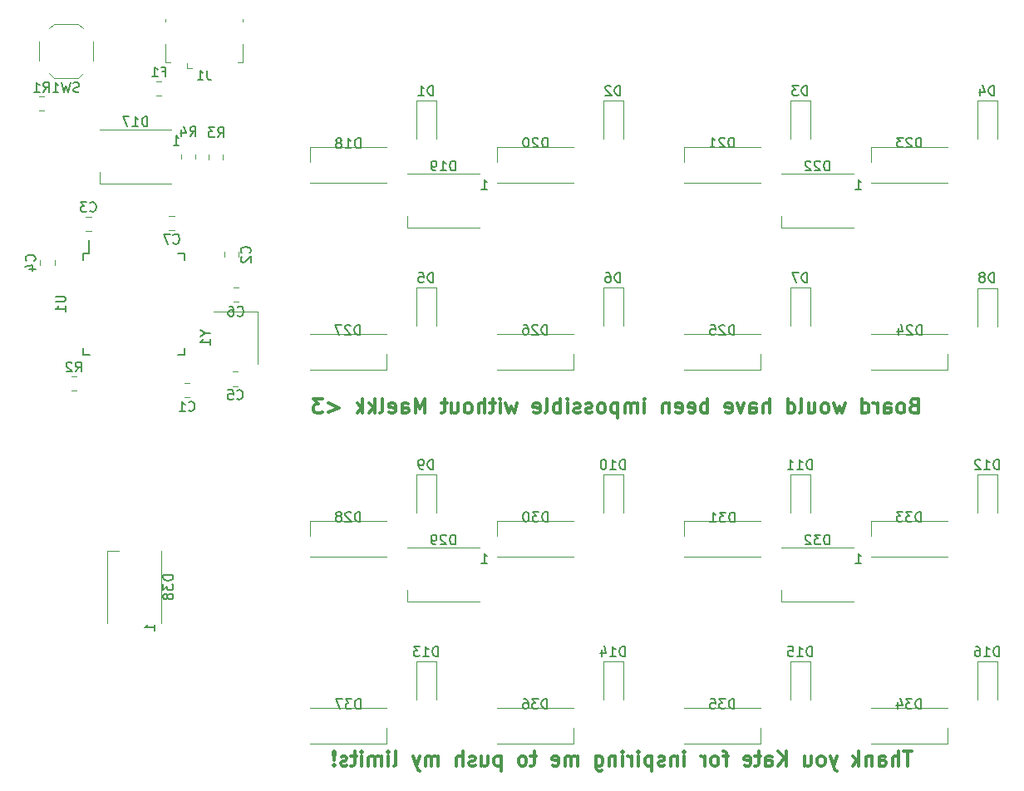
<source format=gbr>
%TF.GenerationSoftware,KiCad,Pcbnew,(5.1.10)-1*%
%TF.CreationDate,2021-09-24T11:07:47+01:00*%
%TF.ProjectId,streamdeck2,73747265-616d-4646-9563-6b322e6b6963,rev?*%
%TF.SameCoordinates,Original*%
%TF.FileFunction,Legend,Bot*%
%TF.FilePolarity,Positive*%
%FSLAX46Y46*%
G04 Gerber Fmt 4.6, Leading zero omitted, Abs format (unit mm)*
G04 Created by KiCad (PCBNEW (5.1.10)-1) date 2021-09-24 11:07:47*
%MOMM*%
%LPD*%
G01*
G04 APERTURE LIST*
%ADD10C,0.300000*%
%ADD11C,0.120000*%
%ADD12C,0.150000*%
G04 APERTURE END LIST*
D10*
X177274814Y-119587271D02*
X176417671Y-119587271D01*
X176846242Y-121087271D02*
X176846242Y-119587271D01*
X175917671Y-121087271D02*
X175917671Y-119587271D01*
X175274814Y-121087271D02*
X175274814Y-120301557D01*
X175346242Y-120158700D01*
X175489100Y-120087271D01*
X175703385Y-120087271D01*
X175846242Y-120158700D01*
X175917671Y-120230128D01*
X173917671Y-121087271D02*
X173917671Y-120301557D01*
X173989100Y-120158700D01*
X174131957Y-120087271D01*
X174417671Y-120087271D01*
X174560528Y-120158700D01*
X173917671Y-121015842D02*
X174060528Y-121087271D01*
X174417671Y-121087271D01*
X174560528Y-121015842D01*
X174631957Y-120872985D01*
X174631957Y-120730128D01*
X174560528Y-120587271D01*
X174417671Y-120515842D01*
X174060528Y-120515842D01*
X173917671Y-120444414D01*
X173203385Y-120087271D02*
X173203385Y-121087271D01*
X173203385Y-120230128D02*
X173131957Y-120158700D01*
X172989100Y-120087271D01*
X172774814Y-120087271D01*
X172631957Y-120158700D01*
X172560528Y-120301557D01*
X172560528Y-121087271D01*
X171846242Y-121087271D02*
X171846242Y-119587271D01*
X171703385Y-120515842D02*
X171274814Y-121087271D01*
X171274814Y-120087271D02*
X171846242Y-120658700D01*
X169631957Y-120087271D02*
X169274814Y-121087271D01*
X168917671Y-120087271D02*
X169274814Y-121087271D01*
X169417671Y-121444414D01*
X169489100Y-121515842D01*
X169631957Y-121587271D01*
X168131957Y-121087271D02*
X168274814Y-121015842D01*
X168346242Y-120944414D01*
X168417671Y-120801557D01*
X168417671Y-120372985D01*
X168346242Y-120230128D01*
X168274814Y-120158700D01*
X168131957Y-120087271D01*
X167917671Y-120087271D01*
X167774814Y-120158700D01*
X167703385Y-120230128D01*
X167631957Y-120372985D01*
X167631957Y-120801557D01*
X167703385Y-120944414D01*
X167774814Y-121015842D01*
X167917671Y-121087271D01*
X168131957Y-121087271D01*
X166346242Y-120087271D02*
X166346242Y-121087271D01*
X166989100Y-120087271D02*
X166989100Y-120872985D01*
X166917671Y-121015842D01*
X166774814Y-121087271D01*
X166560528Y-121087271D01*
X166417671Y-121015842D01*
X166346242Y-120944414D01*
X164489100Y-121087271D02*
X164489100Y-119587271D01*
X163631957Y-121087271D02*
X164274814Y-120230128D01*
X163631957Y-119587271D02*
X164489100Y-120444414D01*
X162346242Y-121087271D02*
X162346242Y-120301557D01*
X162417671Y-120158700D01*
X162560528Y-120087271D01*
X162846242Y-120087271D01*
X162989100Y-120158700D01*
X162346242Y-121015842D02*
X162489100Y-121087271D01*
X162846242Y-121087271D01*
X162989100Y-121015842D01*
X163060528Y-120872985D01*
X163060528Y-120730128D01*
X162989100Y-120587271D01*
X162846242Y-120515842D01*
X162489100Y-120515842D01*
X162346242Y-120444414D01*
X161846242Y-120087271D02*
X161274814Y-120087271D01*
X161631957Y-119587271D02*
X161631957Y-120872985D01*
X161560528Y-121015842D01*
X161417671Y-121087271D01*
X161274814Y-121087271D01*
X160203385Y-121015842D02*
X160346242Y-121087271D01*
X160631957Y-121087271D01*
X160774814Y-121015842D01*
X160846242Y-120872985D01*
X160846242Y-120301557D01*
X160774814Y-120158700D01*
X160631957Y-120087271D01*
X160346242Y-120087271D01*
X160203385Y-120158700D01*
X160131957Y-120301557D01*
X160131957Y-120444414D01*
X160846242Y-120587271D01*
X158560528Y-120087271D02*
X157989100Y-120087271D01*
X158346242Y-121087271D02*
X158346242Y-119801557D01*
X158274814Y-119658700D01*
X158131957Y-119587271D01*
X157989100Y-119587271D01*
X157274814Y-121087271D02*
X157417671Y-121015842D01*
X157489100Y-120944414D01*
X157560528Y-120801557D01*
X157560528Y-120372985D01*
X157489100Y-120230128D01*
X157417671Y-120158700D01*
X157274814Y-120087271D01*
X157060528Y-120087271D01*
X156917671Y-120158700D01*
X156846242Y-120230128D01*
X156774814Y-120372985D01*
X156774814Y-120801557D01*
X156846242Y-120944414D01*
X156917671Y-121015842D01*
X157060528Y-121087271D01*
X157274814Y-121087271D01*
X156131957Y-121087271D02*
X156131957Y-120087271D01*
X156131957Y-120372985D02*
X156060528Y-120230128D01*
X155989100Y-120158700D01*
X155846242Y-120087271D01*
X155703385Y-120087271D01*
X154060528Y-121087271D02*
X154060528Y-120087271D01*
X154060528Y-119587271D02*
X154131957Y-119658700D01*
X154060528Y-119730128D01*
X153989100Y-119658700D01*
X154060528Y-119587271D01*
X154060528Y-119730128D01*
X153346242Y-120087271D02*
X153346242Y-121087271D01*
X153346242Y-120230128D02*
X153274814Y-120158700D01*
X153131957Y-120087271D01*
X152917671Y-120087271D01*
X152774814Y-120158700D01*
X152703385Y-120301557D01*
X152703385Y-121087271D01*
X152060528Y-121015842D02*
X151917671Y-121087271D01*
X151631957Y-121087271D01*
X151489100Y-121015842D01*
X151417671Y-120872985D01*
X151417671Y-120801557D01*
X151489100Y-120658700D01*
X151631957Y-120587271D01*
X151846242Y-120587271D01*
X151989100Y-120515842D01*
X152060528Y-120372985D01*
X152060528Y-120301557D01*
X151989100Y-120158700D01*
X151846242Y-120087271D01*
X151631957Y-120087271D01*
X151489100Y-120158700D01*
X150774814Y-120087271D02*
X150774814Y-121587271D01*
X150774814Y-120158700D02*
X150631957Y-120087271D01*
X150346242Y-120087271D01*
X150203385Y-120158700D01*
X150131957Y-120230128D01*
X150060528Y-120372985D01*
X150060528Y-120801557D01*
X150131957Y-120944414D01*
X150203385Y-121015842D01*
X150346242Y-121087271D01*
X150631957Y-121087271D01*
X150774814Y-121015842D01*
X149417671Y-121087271D02*
X149417671Y-120087271D01*
X149417671Y-119587271D02*
X149489100Y-119658700D01*
X149417671Y-119730128D01*
X149346242Y-119658700D01*
X149417671Y-119587271D01*
X149417671Y-119730128D01*
X148703385Y-121087271D02*
X148703385Y-120087271D01*
X148703385Y-120372985D02*
X148631957Y-120230128D01*
X148560528Y-120158700D01*
X148417671Y-120087271D01*
X148274814Y-120087271D01*
X147774814Y-121087271D02*
X147774814Y-120087271D01*
X147774814Y-119587271D02*
X147846242Y-119658700D01*
X147774814Y-119730128D01*
X147703385Y-119658700D01*
X147774814Y-119587271D01*
X147774814Y-119730128D01*
X147060528Y-120087271D02*
X147060528Y-121087271D01*
X147060528Y-120230128D02*
X146989100Y-120158700D01*
X146846242Y-120087271D01*
X146631957Y-120087271D01*
X146489100Y-120158700D01*
X146417671Y-120301557D01*
X146417671Y-121087271D01*
X145060528Y-120087271D02*
X145060528Y-121301557D01*
X145131957Y-121444414D01*
X145203385Y-121515842D01*
X145346242Y-121587271D01*
X145560528Y-121587271D01*
X145703385Y-121515842D01*
X145060528Y-121015842D02*
X145203385Y-121087271D01*
X145489100Y-121087271D01*
X145631957Y-121015842D01*
X145703385Y-120944414D01*
X145774814Y-120801557D01*
X145774814Y-120372985D01*
X145703385Y-120230128D01*
X145631957Y-120158700D01*
X145489100Y-120087271D01*
X145203385Y-120087271D01*
X145060528Y-120158700D01*
X143203385Y-121087271D02*
X143203385Y-120087271D01*
X143203385Y-120230128D02*
X143131957Y-120158700D01*
X142989100Y-120087271D01*
X142774814Y-120087271D01*
X142631957Y-120158700D01*
X142560528Y-120301557D01*
X142560528Y-121087271D01*
X142560528Y-120301557D02*
X142489100Y-120158700D01*
X142346242Y-120087271D01*
X142131957Y-120087271D01*
X141989100Y-120158700D01*
X141917671Y-120301557D01*
X141917671Y-121087271D01*
X140631957Y-121015842D02*
X140774814Y-121087271D01*
X141060528Y-121087271D01*
X141203385Y-121015842D01*
X141274814Y-120872985D01*
X141274814Y-120301557D01*
X141203385Y-120158700D01*
X141060528Y-120087271D01*
X140774814Y-120087271D01*
X140631957Y-120158700D01*
X140560528Y-120301557D01*
X140560528Y-120444414D01*
X141274814Y-120587271D01*
X138989100Y-120087271D02*
X138417671Y-120087271D01*
X138774814Y-119587271D02*
X138774814Y-120872985D01*
X138703385Y-121015842D01*
X138560528Y-121087271D01*
X138417671Y-121087271D01*
X137703385Y-121087271D02*
X137846242Y-121015842D01*
X137917671Y-120944414D01*
X137989100Y-120801557D01*
X137989100Y-120372985D01*
X137917671Y-120230128D01*
X137846242Y-120158700D01*
X137703385Y-120087271D01*
X137489100Y-120087271D01*
X137346242Y-120158700D01*
X137274814Y-120230128D01*
X137203385Y-120372985D01*
X137203385Y-120801557D01*
X137274814Y-120944414D01*
X137346242Y-121015842D01*
X137489100Y-121087271D01*
X137703385Y-121087271D01*
X135417671Y-120087271D02*
X135417671Y-121587271D01*
X135417671Y-120158700D02*
X135274814Y-120087271D01*
X134989100Y-120087271D01*
X134846242Y-120158700D01*
X134774814Y-120230128D01*
X134703385Y-120372985D01*
X134703385Y-120801557D01*
X134774814Y-120944414D01*
X134846242Y-121015842D01*
X134989100Y-121087271D01*
X135274814Y-121087271D01*
X135417671Y-121015842D01*
X133417671Y-120087271D02*
X133417671Y-121087271D01*
X134060528Y-120087271D02*
X134060528Y-120872985D01*
X133989099Y-121015842D01*
X133846242Y-121087271D01*
X133631957Y-121087271D01*
X133489099Y-121015842D01*
X133417671Y-120944414D01*
X132774814Y-121015842D02*
X132631957Y-121087271D01*
X132346242Y-121087271D01*
X132203385Y-121015842D01*
X132131957Y-120872985D01*
X132131957Y-120801557D01*
X132203385Y-120658700D01*
X132346242Y-120587271D01*
X132560528Y-120587271D01*
X132703385Y-120515842D01*
X132774814Y-120372985D01*
X132774814Y-120301557D01*
X132703385Y-120158700D01*
X132560528Y-120087271D01*
X132346242Y-120087271D01*
X132203385Y-120158700D01*
X131489099Y-121087271D02*
X131489099Y-119587271D01*
X130846242Y-121087271D02*
X130846242Y-120301557D01*
X130917671Y-120158700D01*
X131060528Y-120087271D01*
X131274814Y-120087271D01*
X131417671Y-120158700D01*
X131489099Y-120230128D01*
X128989099Y-121087271D02*
X128989099Y-120087271D01*
X128989099Y-120230128D02*
X128917671Y-120158700D01*
X128774814Y-120087271D01*
X128560528Y-120087271D01*
X128417671Y-120158700D01*
X128346242Y-120301557D01*
X128346242Y-121087271D01*
X128346242Y-120301557D02*
X128274814Y-120158700D01*
X128131957Y-120087271D01*
X127917671Y-120087271D01*
X127774814Y-120158700D01*
X127703385Y-120301557D01*
X127703385Y-121087271D01*
X127131957Y-120087271D02*
X126774814Y-121087271D01*
X126417671Y-120087271D02*
X126774814Y-121087271D01*
X126917671Y-121444414D01*
X126989099Y-121515842D01*
X127131957Y-121587271D01*
X124489099Y-121087271D02*
X124631957Y-121015842D01*
X124703385Y-120872985D01*
X124703385Y-119587271D01*
X123917671Y-121087271D02*
X123917671Y-120087271D01*
X123917671Y-119587271D02*
X123989099Y-119658700D01*
X123917671Y-119730128D01*
X123846242Y-119658700D01*
X123917671Y-119587271D01*
X123917671Y-119730128D01*
X123203385Y-121087271D02*
X123203385Y-120087271D01*
X123203385Y-120230128D02*
X123131957Y-120158700D01*
X122989099Y-120087271D01*
X122774814Y-120087271D01*
X122631957Y-120158700D01*
X122560528Y-120301557D01*
X122560528Y-121087271D01*
X122560528Y-120301557D02*
X122489099Y-120158700D01*
X122346242Y-120087271D01*
X122131957Y-120087271D01*
X121989099Y-120158700D01*
X121917671Y-120301557D01*
X121917671Y-121087271D01*
X121203385Y-121087271D02*
X121203385Y-120087271D01*
X121203385Y-119587271D02*
X121274814Y-119658700D01*
X121203385Y-119730128D01*
X121131957Y-119658700D01*
X121203385Y-119587271D01*
X121203385Y-119730128D01*
X120703385Y-120087271D02*
X120131957Y-120087271D01*
X120489099Y-119587271D02*
X120489099Y-120872985D01*
X120417671Y-121015842D01*
X120274814Y-121087271D01*
X120131957Y-121087271D01*
X119703385Y-121015842D02*
X119560528Y-121087271D01*
X119274814Y-121087271D01*
X119131957Y-121015842D01*
X119060528Y-120872985D01*
X119060528Y-120801557D01*
X119131957Y-120658700D01*
X119274814Y-120587271D01*
X119489099Y-120587271D01*
X119631957Y-120515842D01*
X119703385Y-120372985D01*
X119703385Y-120301557D01*
X119631957Y-120158700D01*
X119489099Y-120087271D01*
X119274814Y-120087271D01*
X119131957Y-120158700D01*
X118417671Y-120944414D02*
X118346242Y-121015842D01*
X118417671Y-121087271D01*
X118489099Y-121015842D01*
X118417671Y-120944414D01*
X118417671Y-121087271D01*
X118417671Y-120515842D02*
X118489099Y-119658700D01*
X118417671Y-119587271D01*
X118346242Y-119658700D01*
X118417671Y-120515842D01*
X118417671Y-119587271D01*
X177453314Y-84373257D02*
X177239028Y-84444685D01*
X177167600Y-84516114D01*
X177096171Y-84658971D01*
X177096171Y-84873257D01*
X177167600Y-85016114D01*
X177239028Y-85087542D01*
X177381885Y-85158971D01*
X177953314Y-85158971D01*
X177953314Y-83658971D01*
X177453314Y-83658971D01*
X177310457Y-83730400D01*
X177239028Y-83801828D01*
X177167600Y-83944685D01*
X177167600Y-84087542D01*
X177239028Y-84230400D01*
X177310457Y-84301828D01*
X177453314Y-84373257D01*
X177953314Y-84373257D01*
X176239028Y-85158971D02*
X176381885Y-85087542D01*
X176453314Y-85016114D01*
X176524742Y-84873257D01*
X176524742Y-84444685D01*
X176453314Y-84301828D01*
X176381885Y-84230400D01*
X176239028Y-84158971D01*
X176024742Y-84158971D01*
X175881885Y-84230400D01*
X175810457Y-84301828D01*
X175739028Y-84444685D01*
X175739028Y-84873257D01*
X175810457Y-85016114D01*
X175881885Y-85087542D01*
X176024742Y-85158971D01*
X176239028Y-85158971D01*
X174453314Y-85158971D02*
X174453314Y-84373257D01*
X174524742Y-84230400D01*
X174667600Y-84158971D01*
X174953314Y-84158971D01*
X175096171Y-84230400D01*
X174453314Y-85087542D02*
X174596171Y-85158971D01*
X174953314Y-85158971D01*
X175096171Y-85087542D01*
X175167600Y-84944685D01*
X175167600Y-84801828D01*
X175096171Y-84658971D01*
X174953314Y-84587542D01*
X174596171Y-84587542D01*
X174453314Y-84516114D01*
X173739028Y-85158971D02*
X173739028Y-84158971D01*
X173739028Y-84444685D02*
X173667600Y-84301828D01*
X173596171Y-84230400D01*
X173453314Y-84158971D01*
X173310457Y-84158971D01*
X172167600Y-85158971D02*
X172167600Y-83658971D01*
X172167600Y-85087542D02*
X172310457Y-85158971D01*
X172596171Y-85158971D01*
X172739028Y-85087542D01*
X172810457Y-85016114D01*
X172881885Y-84873257D01*
X172881885Y-84444685D01*
X172810457Y-84301828D01*
X172739028Y-84230400D01*
X172596171Y-84158971D01*
X172310457Y-84158971D01*
X172167600Y-84230400D01*
X170453314Y-84158971D02*
X170167600Y-85158971D01*
X169881885Y-84444685D01*
X169596171Y-85158971D01*
X169310457Y-84158971D01*
X168524742Y-85158971D02*
X168667600Y-85087542D01*
X168739028Y-85016114D01*
X168810457Y-84873257D01*
X168810457Y-84444685D01*
X168739028Y-84301828D01*
X168667600Y-84230400D01*
X168524742Y-84158971D01*
X168310457Y-84158971D01*
X168167600Y-84230400D01*
X168096171Y-84301828D01*
X168024742Y-84444685D01*
X168024742Y-84873257D01*
X168096171Y-85016114D01*
X168167600Y-85087542D01*
X168310457Y-85158971D01*
X168524742Y-85158971D01*
X166739028Y-84158971D02*
X166739028Y-85158971D01*
X167381885Y-84158971D02*
X167381885Y-84944685D01*
X167310457Y-85087542D01*
X167167600Y-85158971D01*
X166953314Y-85158971D01*
X166810457Y-85087542D01*
X166739028Y-85016114D01*
X165810457Y-85158971D02*
X165953314Y-85087542D01*
X166024742Y-84944685D01*
X166024742Y-83658971D01*
X164596171Y-85158971D02*
X164596171Y-83658971D01*
X164596171Y-85087542D02*
X164739028Y-85158971D01*
X165024742Y-85158971D01*
X165167600Y-85087542D01*
X165239028Y-85016114D01*
X165310457Y-84873257D01*
X165310457Y-84444685D01*
X165239028Y-84301828D01*
X165167600Y-84230400D01*
X165024742Y-84158971D01*
X164739028Y-84158971D01*
X164596171Y-84230400D01*
X162739028Y-85158971D02*
X162739028Y-83658971D01*
X162096171Y-85158971D02*
X162096171Y-84373257D01*
X162167600Y-84230400D01*
X162310457Y-84158971D01*
X162524742Y-84158971D01*
X162667600Y-84230400D01*
X162739028Y-84301828D01*
X160739028Y-85158971D02*
X160739028Y-84373257D01*
X160810457Y-84230400D01*
X160953314Y-84158971D01*
X161239028Y-84158971D01*
X161381885Y-84230400D01*
X160739028Y-85087542D02*
X160881885Y-85158971D01*
X161239028Y-85158971D01*
X161381885Y-85087542D01*
X161453314Y-84944685D01*
X161453314Y-84801828D01*
X161381885Y-84658971D01*
X161239028Y-84587542D01*
X160881885Y-84587542D01*
X160739028Y-84516114D01*
X160167600Y-84158971D02*
X159810457Y-85158971D01*
X159453314Y-84158971D01*
X158310457Y-85087542D02*
X158453314Y-85158971D01*
X158739028Y-85158971D01*
X158881885Y-85087542D01*
X158953314Y-84944685D01*
X158953314Y-84373257D01*
X158881885Y-84230400D01*
X158739028Y-84158971D01*
X158453314Y-84158971D01*
X158310457Y-84230400D01*
X158239028Y-84373257D01*
X158239028Y-84516114D01*
X158953314Y-84658971D01*
X156453314Y-85158971D02*
X156453314Y-83658971D01*
X156453314Y-84230400D02*
X156310457Y-84158971D01*
X156024742Y-84158971D01*
X155881885Y-84230400D01*
X155810457Y-84301828D01*
X155739028Y-84444685D01*
X155739028Y-84873257D01*
X155810457Y-85016114D01*
X155881885Y-85087542D01*
X156024742Y-85158971D01*
X156310457Y-85158971D01*
X156453314Y-85087542D01*
X154524742Y-85087542D02*
X154667600Y-85158971D01*
X154953314Y-85158971D01*
X155096171Y-85087542D01*
X155167600Y-84944685D01*
X155167600Y-84373257D01*
X155096171Y-84230400D01*
X154953314Y-84158971D01*
X154667600Y-84158971D01*
X154524742Y-84230400D01*
X154453314Y-84373257D01*
X154453314Y-84516114D01*
X155167600Y-84658971D01*
X153239028Y-85087542D02*
X153381885Y-85158971D01*
X153667600Y-85158971D01*
X153810457Y-85087542D01*
X153881885Y-84944685D01*
X153881885Y-84373257D01*
X153810457Y-84230400D01*
X153667600Y-84158971D01*
X153381885Y-84158971D01*
X153239028Y-84230400D01*
X153167600Y-84373257D01*
X153167600Y-84516114D01*
X153881885Y-84658971D01*
X152524742Y-84158971D02*
X152524742Y-85158971D01*
X152524742Y-84301828D02*
X152453314Y-84230400D01*
X152310457Y-84158971D01*
X152096171Y-84158971D01*
X151953314Y-84230400D01*
X151881885Y-84373257D01*
X151881885Y-85158971D01*
X150024742Y-85158971D02*
X150024742Y-84158971D01*
X150024742Y-83658971D02*
X150096171Y-83730400D01*
X150024742Y-83801828D01*
X149953314Y-83730400D01*
X150024742Y-83658971D01*
X150024742Y-83801828D01*
X149310457Y-85158971D02*
X149310457Y-84158971D01*
X149310457Y-84301828D02*
X149239028Y-84230400D01*
X149096171Y-84158971D01*
X148881885Y-84158971D01*
X148739028Y-84230400D01*
X148667600Y-84373257D01*
X148667600Y-85158971D01*
X148667600Y-84373257D02*
X148596171Y-84230400D01*
X148453314Y-84158971D01*
X148239028Y-84158971D01*
X148096171Y-84230400D01*
X148024742Y-84373257D01*
X148024742Y-85158971D01*
X147310457Y-84158971D02*
X147310457Y-85658971D01*
X147310457Y-84230400D02*
X147167600Y-84158971D01*
X146881885Y-84158971D01*
X146739028Y-84230400D01*
X146667600Y-84301828D01*
X146596171Y-84444685D01*
X146596171Y-84873257D01*
X146667600Y-85016114D01*
X146739028Y-85087542D01*
X146881885Y-85158971D01*
X147167600Y-85158971D01*
X147310457Y-85087542D01*
X145739028Y-85158971D02*
X145881885Y-85087542D01*
X145953314Y-85016114D01*
X146024742Y-84873257D01*
X146024742Y-84444685D01*
X145953314Y-84301828D01*
X145881885Y-84230400D01*
X145739028Y-84158971D01*
X145524742Y-84158971D01*
X145381885Y-84230400D01*
X145310457Y-84301828D01*
X145239028Y-84444685D01*
X145239028Y-84873257D01*
X145310457Y-85016114D01*
X145381885Y-85087542D01*
X145524742Y-85158971D01*
X145739028Y-85158971D01*
X144667600Y-85087542D02*
X144524742Y-85158971D01*
X144239028Y-85158971D01*
X144096171Y-85087542D01*
X144024742Y-84944685D01*
X144024742Y-84873257D01*
X144096171Y-84730400D01*
X144239028Y-84658971D01*
X144453314Y-84658971D01*
X144596171Y-84587542D01*
X144667600Y-84444685D01*
X144667600Y-84373257D01*
X144596171Y-84230400D01*
X144453314Y-84158971D01*
X144239028Y-84158971D01*
X144096171Y-84230400D01*
X143453314Y-85087542D02*
X143310457Y-85158971D01*
X143024742Y-85158971D01*
X142881885Y-85087542D01*
X142810457Y-84944685D01*
X142810457Y-84873257D01*
X142881885Y-84730400D01*
X143024742Y-84658971D01*
X143239028Y-84658971D01*
X143381885Y-84587542D01*
X143453314Y-84444685D01*
X143453314Y-84373257D01*
X143381885Y-84230400D01*
X143239028Y-84158971D01*
X143024742Y-84158971D01*
X142881885Y-84230400D01*
X142167600Y-85158971D02*
X142167600Y-84158971D01*
X142167600Y-83658971D02*
X142239028Y-83730400D01*
X142167600Y-83801828D01*
X142096171Y-83730400D01*
X142167600Y-83658971D01*
X142167600Y-83801828D01*
X141453314Y-85158971D02*
X141453314Y-83658971D01*
X141453314Y-84230400D02*
X141310457Y-84158971D01*
X141024742Y-84158971D01*
X140881885Y-84230400D01*
X140810457Y-84301828D01*
X140739028Y-84444685D01*
X140739028Y-84873257D01*
X140810457Y-85016114D01*
X140881885Y-85087542D01*
X141024742Y-85158971D01*
X141310457Y-85158971D01*
X141453314Y-85087542D01*
X139881885Y-85158971D02*
X140024742Y-85087542D01*
X140096171Y-84944685D01*
X140096171Y-83658971D01*
X138739028Y-85087542D02*
X138881885Y-85158971D01*
X139167600Y-85158971D01*
X139310457Y-85087542D01*
X139381885Y-84944685D01*
X139381885Y-84373257D01*
X139310457Y-84230400D01*
X139167600Y-84158971D01*
X138881885Y-84158971D01*
X138739028Y-84230400D01*
X138667600Y-84373257D01*
X138667600Y-84516114D01*
X139381885Y-84658971D01*
X137024742Y-84158971D02*
X136739028Y-85158971D01*
X136453314Y-84444685D01*
X136167600Y-85158971D01*
X135881885Y-84158971D01*
X135310457Y-85158971D02*
X135310457Y-84158971D01*
X135310457Y-83658971D02*
X135381885Y-83730400D01*
X135310457Y-83801828D01*
X135239028Y-83730400D01*
X135310457Y-83658971D01*
X135310457Y-83801828D01*
X134810457Y-84158971D02*
X134239028Y-84158971D01*
X134596171Y-83658971D02*
X134596171Y-84944685D01*
X134524742Y-85087542D01*
X134381885Y-85158971D01*
X134239028Y-85158971D01*
X133739028Y-85158971D02*
X133739028Y-83658971D01*
X133096171Y-85158971D02*
X133096171Y-84373257D01*
X133167600Y-84230400D01*
X133310457Y-84158971D01*
X133524742Y-84158971D01*
X133667600Y-84230400D01*
X133739028Y-84301828D01*
X132167600Y-85158971D02*
X132310457Y-85087542D01*
X132381885Y-85016114D01*
X132453314Y-84873257D01*
X132453314Y-84444685D01*
X132381885Y-84301828D01*
X132310457Y-84230400D01*
X132167600Y-84158971D01*
X131953314Y-84158971D01*
X131810457Y-84230400D01*
X131739028Y-84301828D01*
X131667600Y-84444685D01*
X131667600Y-84873257D01*
X131739028Y-85016114D01*
X131810457Y-85087542D01*
X131953314Y-85158971D01*
X132167600Y-85158971D01*
X130381885Y-84158971D02*
X130381885Y-85158971D01*
X131024742Y-84158971D02*
X131024742Y-84944685D01*
X130953314Y-85087542D01*
X130810457Y-85158971D01*
X130596171Y-85158971D01*
X130453314Y-85087542D01*
X130381885Y-85016114D01*
X129881885Y-84158971D02*
X129310457Y-84158971D01*
X129667600Y-83658971D02*
X129667600Y-84944685D01*
X129596171Y-85087542D01*
X129453314Y-85158971D01*
X129310457Y-85158971D01*
X127667600Y-85158971D02*
X127667600Y-83658971D01*
X127167600Y-84730400D01*
X126667600Y-83658971D01*
X126667600Y-85158971D01*
X125310457Y-85158971D02*
X125310457Y-84373257D01*
X125381885Y-84230400D01*
X125524742Y-84158971D01*
X125810457Y-84158971D01*
X125953314Y-84230400D01*
X125310457Y-85087542D02*
X125453314Y-85158971D01*
X125810457Y-85158971D01*
X125953314Y-85087542D01*
X126024742Y-84944685D01*
X126024742Y-84801828D01*
X125953314Y-84658971D01*
X125810457Y-84587542D01*
X125453314Y-84587542D01*
X125310457Y-84516114D01*
X124024742Y-85087542D02*
X124167600Y-85158971D01*
X124453314Y-85158971D01*
X124596171Y-85087542D01*
X124667600Y-84944685D01*
X124667600Y-84373257D01*
X124596171Y-84230400D01*
X124453314Y-84158971D01*
X124167600Y-84158971D01*
X124024742Y-84230400D01*
X123953314Y-84373257D01*
X123953314Y-84516114D01*
X124667600Y-84658971D01*
X123096171Y-85158971D02*
X123239028Y-85087542D01*
X123310457Y-84944685D01*
X123310457Y-83658971D01*
X122524742Y-85158971D02*
X122524742Y-83658971D01*
X122381885Y-84587542D02*
X121953314Y-85158971D01*
X121953314Y-84158971D02*
X122524742Y-84730400D01*
X121310457Y-85158971D02*
X121310457Y-83658971D01*
X121167600Y-84587542D02*
X120739028Y-85158971D01*
X120739028Y-84158971D02*
X121310457Y-84730400D01*
X117810457Y-84158971D02*
X118953314Y-84587542D01*
X117810457Y-85016114D01*
X117239028Y-83658971D02*
X116310457Y-83658971D01*
X116810457Y-84230400D01*
X116596171Y-84230400D01*
X116453314Y-84301828D01*
X116381885Y-84373257D01*
X116310457Y-84516114D01*
X116310457Y-84873257D01*
X116381885Y-85016114D01*
X116453314Y-85087542D01*
X116596171Y-85158971D01*
X117024742Y-85158971D01*
X117167600Y-85087542D01*
X117239028Y-85016114D01*
D11*
%TO.C,R4*%
X104265400Y-59243964D02*
X104265400Y-58789836D01*
X102795400Y-59243964D02*
X102795400Y-58789836D01*
%TO.C,R3*%
X105602100Y-58827936D02*
X105602100Y-59282064D01*
X107072100Y-58827936D02*
X107072100Y-59282064D01*
%TO.C,SW1*%
X89847100Y-50997300D02*
X92347100Y-50997300D01*
X88347100Y-49247300D02*
X88347100Y-47247300D01*
X89847100Y-45497300D02*
X92347100Y-45497300D01*
X93847100Y-49247300D02*
X93847100Y-47247300D01*
X89397100Y-50547300D02*
X89847100Y-50997300D01*
X92797100Y-50547300D02*
X92347100Y-50997300D01*
X92797100Y-45947300D02*
X92347100Y-45497300D01*
X89397100Y-45947300D02*
X89847100Y-45497300D01*
%TO.C,C4*%
X89939800Y-69550648D02*
X89939800Y-70073152D01*
X88469800Y-69550648D02*
X88469800Y-70073152D01*
%TO.C,C3*%
X93644352Y-66597200D02*
X93121848Y-66597200D01*
X93644352Y-65127200D02*
X93121848Y-65127200D01*
%TO.C,C2*%
X108659600Y-68733948D02*
X108659600Y-69256452D01*
X107189600Y-68733948D02*
X107189600Y-69256452D01*
%TO.C,C1*%
X103167548Y-82094400D02*
X103690052Y-82094400D01*
X103167548Y-83564400D02*
X103690052Y-83564400D01*
%TO.C,R2*%
X92124264Y-82865900D02*
X91670136Y-82865900D01*
X92124264Y-81395900D02*
X91670136Y-81395900D01*
%TO.C,Y1*%
X110619100Y-74770000D02*
X110619100Y-80170000D01*
X106119100Y-74770000D02*
X110619100Y-74770000D01*
%TO.C,R1*%
X88844364Y-54354400D02*
X88390236Y-54354400D01*
X88844364Y-52884400D02*
X88390236Y-52884400D01*
%TO.C,F1*%
X100836252Y-52780000D02*
X100313748Y-52780000D01*
X100836252Y-51360000D02*
X100313748Y-51360000D01*
%TO.C,C7*%
X101592748Y-65038300D02*
X102115252Y-65038300D01*
X101592748Y-66508300D02*
X102115252Y-66508300D01*
%TO.C,C6*%
X108655752Y-73785400D02*
X108133248Y-73785400D01*
X108655752Y-72315400D02*
X108133248Y-72315400D01*
%TO.C,C5*%
X108082448Y-80913300D02*
X108604952Y-80913300D01*
X108082448Y-82383300D02*
X108604952Y-82383300D01*
%TO.C,J1*%
X103456000Y-49962900D02*
X103456000Y-49512900D01*
X103456000Y-49962900D02*
X103906000Y-49962900D01*
X109056000Y-49412900D02*
X108606000Y-49412900D01*
X109056000Y-47562900D02*
X109056000Y-49412900D01*
X101256000Y-45012900D02*
X101256000Y-45262900D01*
X109056000Y-45012900D02*
X109056000Y-45262900D01*
X101256000Y-47562900D02*
X101256000Y-49412900D01*
X101256000Y-49412900D02*
X101706000Y-49412900D01*
D12*
%TO.C,U1*%
X93418600Y-68840600D02*
X93418600Y-67565600D01*
X92843600Y-79190600D02*
X92843600Y-78515600D01*
X103193600Y-79190600D02*
X103193600Y-78515600D01*
X103193600Y-68840600D02*
X103193600Y-69515600D01*
X92843600Y-68840600D02*
X92843600Y-69515600D01*
X103193600Y-68840600D02*
X102518600Y-68840600D01*
X103193600Y-79190600D02*
X102518600Y-79190600D01*
X92843600Y-79190600D02*
X93518600Y-79190600D01*
X92843600Y-68840600D02*
X93418600Y-68840600D01*
D11*
%TO.C,D37*%
X123756250Y-117248750D02*
X123756250Y-118848750D01*
X115956250Y-115148750D02*
X123756250Y-115148750D01*
X123756250Y-118848750D02*
X115956250Y-118848750D01*
%TO.C,D36*%
X142806250Y-117248750D02*
X142806250Y-118848750D01*
X135006250Y-115148750D02*
X142806250Y-115148750D01*
X142806250Y-118848750D02*
X135006250Y-118848750D01*
%TO.C,D35*%
X161856250Y-117248750D02*
X161856250Y-118848750D01*
X154056250Y-115148750D02*
X161856250Y-115148750D01*
X161856250Y-118848750D02*
X154056250Y-118848750D01*
%TO.C,D34*%
X180906250Y-117248750D02*
X180906250Y-118848750D01*
X173106250Y-115148750D02*
X180906250Y-115148750D01*
X180906250Y-118848750D02*
X173106250Y-118848750D01*
%TO.C,D33*%
X173106250Y-97698750D02*
X173106250Y-96098750D01*
X180906250Y-99798750D02*
X173106250Y-99798750D01*
X173106250Y-96098750D02*
X180906250Y-96098750D01*
%TO.C,D31*%
X154056250Y-97698750D02*
X154056250Y-96098750D01*
X161856250Y-99798750D02*
X154056250Y-99798750D01*
X154056250Y-96098750D02*
X161856250Y-96098750D01*
%TO.C,D30*%
X135006250Y-97698750D02*
X135006250Y-96098750D01*
X142806250Y-99798750D02*
X135006250Y-99798750D01*
X135006250Y-96098750D02*
X142806250Y-96098750D01*
%TO.C,D28*%
X115956250Y-97698750D02*
X115956250Y-96098750D01*
X123756250Y-99798750D02*
X115956250Y-99798750D01*
X115956250Y-96098750D02*
X123756250Y-96098750D01*
%TO.C,D27*%
X123756250Y-79148750D02*
X123756250Y-80748750D01*
X115956250Y-77048750D02*
X123756250Y-77048750D01*
X123756250Y-80748750D02*
X115956250Y-80748750D01*
%TO.C,D26*%
X142806250Y-79148750D02*
X142806250Y-80748750D01*
X135006250Y-77048750D02*
X142806250Y-77048750D01*
X142806250Y-80748750D02*
X135006250Y-80748750D01*
%TO.C,D25*%
X161856250Y-79148750D02*
X161856250Y-80748750D01*
X154056250Y-77048750D02*
X161856250Y-77048750D01*
X161856250Y-80748750D02*
X154056250Y-80748750D01*
%TO.C,D24*%
X180906250Y-79148750D02*
X180906250Y-80748750D01*
X173106250Y-77048750D02*
X180906250Y-77048750D01*
X180906250Y-80748750D02*
X173106250Y-80748750D01*
%TO.C,D23*%
X173106250Y-59598750D02*
X173106250Y-57998750D01*
X180906250Y-61698750D02*
X173106250Y-61698750D01*
X173106250Y-57998750D02*
X180906250Y-57998750D01*
%TO.C,D21*%
X154056250Y-59598750D02*
X154056250Y-57998750D01*
X161856250Y-61698750D02*
X154056250Y-61698750D01*
X154056250Y-57998750D02*
X161856250Y-57998750D01*
%TO.C,D20*%
X135006250Y-59598750D02*
X135006250Y-57998750D01*
X142806250Y-61698750D02*
X135006250Y-61698750D01*
X135006250Y-57998750D02*
X142806250Y-57998750D01*
%TO.C,D18*%
X115956250Y-59598750D02*
X115956250Y-57998750D01*
X123756250Y-61698750D02*
X115956250Y-61698750D01*
X115956250Y-57998750D02*
X123756250Y-57998750D01*
%TO.C,D17*%
X101821000Y-56228800D02*
X94521000Y-56228800D01*
X101821000Y-61728800D02*
X94521000Y-61728800D01*
X94521000Y-61728800D02*
X94521000Y-60578800D01*
%TO.C,D38*%
X100794000Y-106520000D02*
X100794000Y-99220000D01*
X95294000Y-106520000D02*
X95294000Y-99220000D01*
X95294000Y-99220000D02*
X96444000Y-99220000D01*
%TO.C,D29*%
X133190000Y-98850000D02*
X125890000Y-98850000D01*
X133190000Y-104350000D02*
X125890000Y-104350000D01*
X125890000Y-104350000D02*
X125890000Y-103200000D01*
%TO.C,D32*%
X171290000Y-98850000D02*
X163990000Y-98850000D01*
X171290000Y-104350000D02*
X163990000Y-104350000D01*
X163990000Y-104350000D02*
X163990000Y-103200000D01*
%TO.C,D22*%
X171290000Y-60750000D02*
X163990000Y-60750000D01*
X171290000Y-66250000D02*
X163990000Y-66250000D01*
X163990000Y-66250000D02*
X163990000Y-65100000D01*
%TO.C,D19*%
X133190000Y-60750000D02*
X125890000Y-60750000D01*
X133190000Y-66250000D02*
X125890000Y-66250000D01*
X125890000Y-66250000D02*
X125890000Y-65100000D01*
%TO.C,D16*%
X183943750Y-110462500D02*
X185943750Y-110462500D01*
X185943750Y-110462500D02*
X185943750Y-114362500D01*
X183943750Y-110462500D02*
X183943750Y-114362500D01*
%TO.C,D15*%
X164893750Y-110462500D02*
X166893750Y-110462500D01*
X166893750Y-110462500D02*
X166893750Y-114362500D01*
X164893750Y-110462500D02*
X164893750Y-114362500D01*
%TO.C,D14*%
X145843750Y-110462500D02*
X147843750Y-110462500D01*
X147843750Y-110462500D02*
X147843750Y-114362500D01*
X145843750Y-110462500D02*
X145843750Y-114362500D01*
%TO.C,D13*%
X126793750Y-110462500D02*
X128793750Y-110462500D01*
X128793750Y-110462500D02*
X128793750Y-114362500D01*
X126793750Y-110462500D02*
X126793750Y-114362500D01*
%TO.C,D12*%
X183943750Y-91412500D02*
X185943750Y-91412500D01*
X185943750Y-91412500D02*
X185943750Y-95312500D01*
X183943750Y-91412500D02*
X183943750Y-95312500D01*
%TO.C,D11*%
X164893750Y-91412500D02*
X166893750Y-91412500D01*
X166893750Y-91412500D02*
X166893750Y-95312500D01*
X164893750Y-91412500D02*
X164893750Y-95312500D01*
%TO.C,D10*%
X145843750Y-91412500D02*
X147843750Y-91412500D01*
X147843750Y-91412500D02*
X147843750Y-95312500D01*
X145843750Y-91412500D02*
X145843750Y-95312500D01*
%TO.C,D9*%
X126793750Y-91412500D02*
X128793750Y-91412500D01*
X128793750Y-91412500D02*
X128793750Y-95312500D01*
X126793750Y-91412500D02*
X126793750Y-95312500D01*
%TO.C,D8*%
X183943750Y-72425000D02*
X185943750Y-72425000D01*
X185943750Y-72425000D02*
X185943750Y-76325000D01*
X183943750Y-72425000D02*
X183943750Y-76325000D01*
%TO.C,D7*%
X164893750Y-72362500D02*
X166893750Y-72362500D01*
X166893750Y-72362500D02*
X166893750Y-76262500D01*
X164893750Y-72362500D02*
X164893750Y-76262500D01*
%TO.C,D6*%
X145843750Y-72362500D02*
X147843750Y-72362500D01*
X147843750Y-72362500D02*
X147843750Y-76262500D01*
X145843750Y-72362500D02*
X145843750Y-76262500D01*
%TO.C,D5*%
X126793750Y-72362500D02*
X128793750Y-72362500D01*
X128793750Y-72362500D02*
X128793750Y-76262500D01*
X126793750Y-72362500D02*
X126793750Y-76262500D01*
%TO.C,D4*%
X183943750Y-53312500D02*
X185943750Y-53312500D01*
X185943750Y-53312500D02*
X185943750Y-57212500D01*
X183943750Y-53312500D02*
X183943750Y-57212500D01*
%TO.C,D3*%
X164893750Y-53312500D02*
X166893750Y-53312500D01*
X166893750Y-53312500D02*
X166893750Y-57212500D01*
X164893750Y-53312500D02*
X164893750Y-57212500D01*
%TO.C,D2*%
X145843750Y-53312500D02*
X147843750Y-53312500D01*
X147843750Y-53312500D02*
X147843750Y-57212500D01*
X145843750Y-53312500D02*
X145843750Y-57212500D01*
%TO.C,D1*%
X126793750Y-53312500D02*
X128793750Y-53312500D01*
X128793750Y-53312500D02*
X128793750Y-57212500D01*
X126793750Y-53312500D02*
X126793750Y-57212500D01*
%TO.C,R4*%
D12*
X103722466Y-56941980D02*
X104055800Y-56465790D01*
X104293895Y-56941980D02*
X104293895Y-55941980D01*
X103912942Y-55941980D01*
X103817704Y-55989600D01*
X103770085Y-56037219D01*
X103722466Y-56132457D01*
X103722466Y-56275314D01*
X103770085Y-56370552D01*
X103817704Y-56418171D01*
X103912942Y-56465790D01*
X104293895Y-56465790D01*
X102865323Y-56275314D02*
X102865323Y-56941980D01*
X103103419Y-55894361D02*
X103341514Y-56608647D01*
X102722466Y-56608647D01*
%TO.C,R3*%
X106567266Y-57043580D02*
X106900600Y-56567390D01*
X107138695Y-57043580D02*
X107138695Y-56043580D01*
X106757742Y-56043580D01*
X106662504Y-56091200D01*
X106614885Y-56138819D01*
X106567266Y-56234057D01*
X106567266Y-56376914D01*
X106614885Y-56472152D01*
X106662504Y-56519771D01*
X106757742Y-56567390D01*
X107138695Y-56567390D01*
X106233933Y-56043580D02*
X105614885Y-56043580D01*
X105948219Y-56424533D01*
X105805361Y-56424533D01*
X105710123Y-56472152D01*
X105662504Y-56519771D01*
X105614885Y-56615009D01*
X105614885Y-56853104D01*
X105662504Y-56948342D01*
X105710123Y-56995961D01*
X105805361Y-57043580D01*
X106091076Y-57043580D01*
X106186314Y-56995961D01*
X106233933Y-56948342D01*
%TO.C,SW1*%
X92430433Y-52402061D02*
X92287576Y-52449680D01*
X92049480Y-52449680D01*
X91954242Y-52402061D01*
X91906623Y-52354442D01*
X91859004Y-52259204D01*
X91859004Y-52163966D01*
X91906623Y-52068728D01*
X91954242Y-52021109D01*
X92049480Y-51973490D01*
X92239957Y-51925871D01*
X92335195Y-51878252D01*
X92382814Y-51830633D01*
X92430433Y-51735395D01*
X92430433Y-51640157D01*
X92382814Y-51544919D01*
X92335195Y-51497300D01*
X92239957Y-51449680D01*
X92001861Y-51449680D01*
X91859004Y-51497300D01*
X91525671Y-51449680D02*
X91287576Y-52449680D01*
X91097100Y-51735395D01*
X90906623Y-52449680D01*
X90668528Y-51449680D01*
X89763766Y-52449680D02*
X90335195Y-52449680D01*
X90049480Y-52449680D02*
X90049480Y-51449680D01*
X90144719Y-51592538D01*
X90239957Y-51687776D01*
X90335195Y-51735395D01*
%TO.C,C4*%
X87881942Y-69645233D02*
X87929561Y-69597614D01*
X87977180Y-69454757D01*
X87977180Y-69359519D01*
X87929561Y-69216661D01*
X87834323Y-69121423D01*
X87739085Y-69073804D01*
X87548609Y-69026185D01*
X87405752Y-69026185D01*
X87215276Y-69073804D01*
X87120038Y-69121423D01*
X87024800Y-69216661D01*
X86977180Y-69359519D01*
X86977180Y-69454757D01*
X87024800Y-69597614D01*
X87072419Y-69645233D01*
X87310514Y-70502376D02*
X87977180Y-70502376D01*
X86929561Y-70264280D02*
X87643847Y-70026185D01*
X87643847Y-70645233D01*
%TO.C,C3*%
X93549766Y-64539342D02*
X93597385Y-64586961D01*
X93740242Y-64634580D01*
X93835480Y-64634580D01*
X93978338Y-64586961D01*
X94073576Y-64491723D01*
X94121195Y-64396485D01*
X94168814Y-64206009D01*
X94168814Y-64063152D01*
X94121195Y-63872676D01*
X94073576Y-63777438D01*
X93978338Y-63682200D01*
X93835480Y-63634580D01*
X93740242Y-63634580D01*
X93597385Y-63682200D01*
X93549766Y-63729819D01*
X93216433Y-63634580D02*
X92597385Y-63634580D01*
X92930719Y-64015533D01*
X92787861Y-64015533D01*
X92692623Y-64063152D01*
X92645004Y-64110771D01*
X92597385Y-64206009D01*
X92597385Y-64444104D01*
X92645004Y-64539342D01*
X92692623Y-64586961D01*
X92787861Y-64634580D01*
X93073576Y-64634580D01*
X93168814Y-64586961D01*
X93216433Y-64539342D01*
%TO.C,C2*%
X109805742Y-68828533D02*
X109853361Y-68780914D01*
X109900980Y-68638057D01*
X109900980Y-68542819D01*
X109853361Y-68399961D01*
X109758123Y-68304723D01*
X109662885Y-68257104D01*
X109472409Y-68209485D01*
X109329552Y-68209485D01*
X109139076Y-68257104D01*
X109043838Y-68304723D01*
X108948600Y-68399961D01*
X108900980Y-68542819D01*
X108900980Y-68638057D01*
X108948600Y-68780914D01*
X108996219Y-68828533D01*
X108996219Y-69209485D02*
X108948600Y-69257104D01*
X108900980Y-69352342D01*
X108900980Y-69590438D01*
X108948600Y-69685676D01*
X108996219Y-69733295D01*
X109091457Y-69780914D01*
X109186695Y-69780914D01*
X109329552Y-69733295D01*
X109900980Y-69161866D01*
X109900980Y-69780914D01*
%TO.C,C1*%
X103595466Y-84866542D02*
X103643085Y-84914161D01*
X103785942Y-84961780D01*
X103881180Y-84961780D01*
X104024038Y-84914161D01*
X104119276Y-84818923D01*
X104166895Y-84723685D01*
X104214514Y-84533209D01*
X104214514Y-84390352D01*
X104166895Y-84199876D01*
X104119276Y-84104638D01*
X104024038Y-84009400D01*
X103881180Y-83961780D01*
X103785942Y-83961780D01*
X103643085Y-84009400D01*
X103595466Y-84057019D01*
X102643085Y-84961780D02*
X103214514Y-84961780D01*
X102928800Y-84961780D02*
X102928800Y-83961780D01*
X103024038Y-84104638D01*
X103119276Y-84199876D01*
X103214514Y-84247495D01*
%TO.C,R2*%
X92063866Y-80933280D02*
X92397200Y-80457090D01*
X92635295Y-80933280D02*
X92635295Y-79933280D01*
X92254342Y-79933280D01*
X92159104Y-79980900D01*
X92111485Y-80028519D01*
X92063866Y-80123757D01*
X92063866Y-80266614D01*
X92111485Y-80361852D01*
X92159104Y-80409471D01*
X92254342Y-80457090D01*
X92635295Y-80457090D01*
X91682914Y-80028519D02*
X91635295Y-79980900D01*
X91540057Y-79933280D01*
X91301961Y-79933280D01*
X91206723Y-79980900D01*
X91159104Y-80028519D01*
X91111485Y-80123757D01*
X91111485Y-80218995D01*
X91159104Y-80361852D01*
X91730533Y-80933280D01*
X91111485Y-80933280D01*
%TO.C,Y1*%
X105295290Y-76993809D02*
X105771480Y-76993809D01*
X104771480Y-76660476D02*
X105295290Y-76993809D01*
X104771480Y-77327142D01*
X105771480Y-78184285D02*
X105771480Y-77612857D01*
X105771480Y-77898571D02*
X104771480Y-77898571D01*
X104914338Y-77803333D01*
X105009576Y-77708095D01*
X105057195Y-77612857D01*
%TO.C,R1*%
X88783966Y-52421780D02*
X89117300Y-51945590D01*
X89355395Y-52421780D02*
X89355395Y-51421780D01*
X88974442Y-51421780D01*
X88879204Y-51469400D01*
X88831585Y-51517019D01*
X88783966Y-51612257D01*
X88783966Y-51755114D01*
X88831585Y-51850352D01*
X88879204Y-51897971D01*
X88974442Y-51945590D01*
X89355395Y-51945590D01*
X87831585Y-52421780D02*
X88403014Y-52421780D01*
X88117300Y-52421780D02*
X88117300Y-51421780D01*
X88212538Y-51564638D01*
X88307776Y-51659876D01*
X88403014Y-51707495D01*
%TO.C,F1*%
X100908333Y-50348571D02*
X101241666Y-50348571D01*
X101241666Y-50872380D02*
X101241666Y-49872380D01*
X100765476Y-49872380D01*
X99860714Y-50872380D02*
X100432142Y-50872380D01*
X100146428Y-50872380D02*
X100146428Y-49872380D01*
X100241666Y-50015238D01*
X100336904Y-50110476D01*
X100432142Y-50158095D01*
%TO.C,C7*%
X102020666Y-67810442D02*
X102068285Y-67858061D01*
X102211142Y-67905680D01*
X102306380Y-67905680D01*
X102449238Y-67858061D01*
X102544476Y-67762823D01*
X102592095Y-67667585D01*
X102639714Y-67477109D01*
X102639714Y-67334252D01*
X102592095Y-67143776D01*
X102544476Y-67048538D01*
X102449238Y-66953300D01*
X102306380Y-66905680D01*
X102211142Y-66905680D01*
X102068285Y-66953300D01*
X102020666Y-67000919D01*
X101687333Y-66905680D02*
X101020666Y-66905680D01*
X101449238Y-67905680D01*
%TO.C,C6*%
X108561166Y-75185542D02*
X108608785Y-75233161D01*
X108751642Y-75280780D01*
X108846880Y-75280780D01*
X108989738Y-75233161D01*
X109084976Y-75137923D01*
X109132595Y-75042685D01*
X109180214Y-74852209D01*
X109180214Y-74709352D01*
X109132595Y-74518876D01*
X109084976Y-74423638D01*
X108989738Y-74328400D01*
X108846880Y-74280780D01*
X108751642Y-74280780D01*
X108608785Y-74328400D01*
X108561166Y-74376019D01*
X107704023Y-74280780D02*
X107894500Y-74280780D01*
X107989738Y-74328400D01*
X108037357Y-74376019D01*
X108132595Y-74518876D01*
X108180214Y-74709352D01*
X108180214Y-75090304D01*
X108132595Y-75185542D01*
X108084976Y-75233161D01*
X107989738Y-75280780D01*
X107799261Y-75280780D01*
X107704023Y-75233161D01*
X107656404Y-75185542D01*
X107608785Y-75090304D01*
X107608785Y-74852209D01*
X107656404Y-74756971D01*
X107704023Y-74709352D01*
X107799261Y-74661733D01*
X107989738Y-74661733D01*
X108084976Y-74709352D01*
X108132595Y-74756971D01*
X108180214Y-74852209D01*
%TO.C,C5*%
X108510366Y-83685442D02*
X108557985Y-83733061D01*
X108700842Y-83780680D01*
X108796080Y-83780680D01*
X108938938Y-83733061D01*
X109034176Y-83637823D01*
X109081795Y-83542585D01*
X109129414Y-83352109D01*
X109129414Y-83209252D01*
X109081795Y-83018776D01*
X109034176Y-82923538D01*
X108938938Y-82828300D01*
X108796080Y-82780680D01*
X108700842Y-82780680D01*
X108557985Y-82828300D01*
X108510366Y-82875919D01*
X107605604Y-82780680D02*
X108081795Y-82780680D01*
X108129414Y-83256871D01*
X108081795Y-83209252D01*
X107986557Y-83161633D01*
X107748461Y-83161633D01*
X107653223Y-83209252D01*
X107605604Y-83256871D01*
X107557985Y-83352109D01*
X107557985Y-83590204D01*
X107605604Y-83685442D01*
X107653223Y-83733061D01*
X107748461Y-83780680D01*
X107986557Y-83780680D01*
X108081795Y-83733061D01*
X108129414Y-83685442D01*
%TO.C,J1*%
X105489333Y-50215280D02*
X105489333Y-50929566D01*
X105536952Y-51072423D01*
X105632190Y-51167661D01*
X105775047Y-51215280D01*
X105870285Y-51215280D01*
X104489333Y-51215280D02*
X105060761Y-51215280D01*
X104775047Y-51215280D02*
X104775047Y-50215280D01*
X104870285Y-50358138D01*
X104965523Y-50453376D01*
X105060761Y-50500995D01*
%TO.C,U1*%
X90020980Y-73253695D02*
X90830504Y-73253695D01*
X90925742Y-73301314D01*
X90973361Y-73348933D01*
X91020980Y-73444171D01*
X91020980Y-73634647D01*
X90973361Y-73729885D01*
X90925742Y-73777504D01*
X90830504Y-73825123D01*
X90020980Y-73825123D01*
X91020980Y-74825123D02*
X91020980Y-74253695D01*
X91020980Y-74539409D02*
X90020980Y-74539409D01*
X90163838Y-74444171D01*
X90259076Y-74348933D01*
X90306695Y-74253695D01*
%TO.C,D37*%
X121076885Y-115298480D02*
X121076885Y-114298480D01*
X120838790Y-114298480D01*
X120695933Y-114346100D01*
X120600695Y-114441338D01*
X120553076Y-114536576D01*
X120505457Y-114727052D01*
X120505457Y-114869909D01*
X120553076Y-115060385D01*
X120600695Y-115155623D01*
X120695933Y-115250861D01*
X120838790Y-115298480D01*
X121076885Y-115298480D01*
X120172123Y-114298480D02*
X119553076Y-114298480D01*
X119886409Y-114679433D01*
X119743552Y-114679433D01*
X119648314Y-114727052D01*
X119600695Y-114774671D01*
X119553076Y-114869909D01*
X119553076Y-115108004D01*
X119600695Y-115203242D01*
X119648314Y-115250861D01*
X119743552Y-115298480D01*
X120029266Y-115298480D01*
X120124504Y-115250861D01*
X120172123Y-115203242D01*
X119219742Y-114298480D02*
X118553076Y-114298480D01*
X118981647Y-115298480D01*
%TO.C,D36*%
X140101485Y-115260380D02*
X140101485Y-114260380D01*
X139863390Y-114260380D01*
X139720533Y-114308000D01*
X139625295Y-114403238D01*
X139577676Y-114498476D01*
X139530057Y-114688952D01*
X139530057Y-114831809D01*
X139577676Y-115022285D01*
X139625295Y-115117523D01*
X139720533Y-115212761D01*
X139863390Y-115260380D01*
X140101485Y-115260380D01*
X139196723Y-114260380D02*
X138577676Y-114260380D01*
X138911009Y-114641333D01*
X138768152Y-114641333D01*
X138672914Y-114688952D01*
X138625295Y-114736571D01*
X138577676Y-114831809D01*
X138577676Y-115069904D01*
X138625295Y-115165142D01*
X138672914Y-115212761D01*
X138768152Y-115260380D01*
X139053866Y-115260380D01*
X139149104Y-115212761D01*
X139196723Y-115165142D01*
X137720533Y-114260380D02*
X137911009Y-114260380D01*
X138006247Y-114308000D01*
X138053866Y-114355619D01*
X138149104Y-114498476D01*
X138196723Y-114688952D01*
X138196723Y-115069904D01*
X138149104Y-115165142D01*
X138101485Y-115212761D01*
X138006247Y-115260380D01*
X137815771Y-115260380D01*
X137720533Y-115212761D01*
X137672914Y-115165142D01*
X137625295Y-115069904D01*
X137625295Y-114831809D01*
X137672914Y-114736571D01*
X137720533Y-114688952D01*
X137815771Y-114641333D01*
X138006247Y-114641333D01*
X138101485Y-114688952D01*
X138149104Y-114736571D01*
X138196723Y-114831809D01*
%TO.C,D35*%
X159164185Y-115260380D02*
X159164185Y-114260380D01*
X158926090Y-114260380D01*
X158783233Y-114308000D01*
X158687995Y-114403238D01*
X158640376Y-114498476D01*
X158592757Y-114688952D01*
X158592757Y-114831809D01*
X158640376Y-115022285D01*
X158687995Y-115117523D01*
X158783233Y-115212761D01*
X158926090Y-115260380D01*
X159164185Y-115260380D01*
X158259423Y-114260380D02*
X157640376Y-114260380D01*
X157973709Y-114641333D01*
X157830852Y-114641333D01*
X157735614Y-114688952D01*
X157687995Y-114736571D01*
X157640376Y-114831809D01*
X157640376Y-115069904D01*
X157687995Y-115165142D01*
X157735614Y-115212761D01*
X157830852Y-115260380D01*
X158116566Y-115260380D01*
X158211804Y-115212761D01*
X158259423Y-115165142D01*
X156735614Y-114260380D02*
X157211804Y-114260380D01*
X157259423Y-114736571D01*
X157211804Y-114688952D01*
X157116566Y-114641333D01*
X156878471Y-114641333D01*
X156783233Y-114688952D01*
X156735614Y-114736571D01*
X156687995Y-114831809D01*
X156687995Y-115069904D01*
X156735614Y-115165142D01*
X156783233Y-115212761D01*
X156878471Y-115260380D01*
X157116566Y-115260380D01*
X157211804Y-115212761D01*
X157259423Y-115165142D01*
%TO.C,D34*%
X178188785Y-115260380D02*
X178188785Y-114260380D01*
X177950690Y-114260380D01*
X177807833Y-114308000D01*
X177712595Y-114403238D01*
X177664976Y-114498476D01*
X177617357Y-114688952D01*
X177617357Y-114831809D01*
X177664976Y-115022285D01*
X177712595Y-115117523D01*
X177807833Y-115212761D01*
X177950690Y-115260380D01*
X178188785Y-115260380D01*
X177284023Y-114260380D02*
X176664976Y-114260380D01*
X176998309Y-114641333D01*
X176855452Y-114641333D01*
X176760214Y-114688952D01*
X176712595Y-114736571D01*
X176664976Y-114831809D01*
X176664976Y-115069904D01*
X176712595Y-115165142D01*
X176760214Y-115212761D01*
X176855452Y-115260380D01*
X177141166Y-115260380D01*
X177236404Y-115212761D01*
X177284023Y-115165142D01*
X175807833Y-114593714D02*
X175807833Y-115260380D01*
X176045928Y-114212761D02*
X176284023Y-114927047D01*
X175664976Y-114927047D01*
%TO.C,D33*%
X178188785Y-96223080D02*
X178188785Y-95223080D01*
X177950690Y-95223080D01*
X177807833Y-95270700D01*
X177712595Y-95365938D01*
X177664976Y-95461176D01*
X177617357Y-95651652D01*
X177617357Y-95794509D01*
X177664976Y-95984985D01*
X177712595Y-96080223D01*
X177807833Y-96175461D01*
X177950690Y-96223080D01*
X178188785Y-96223080D01*
X177284023Y-95223080D02*
X176664976Y-95223080D01*
X176998309Y-95604033D01*
X176855452Y-95604033D01*
X176760214Y-95651652D01*
X176712595Y-95699271D01*
X176664976Y-95794509D01*
X176664976Y-96032604D01*
X176712595Y-96127842D01*
X176760214Y-96175461D01*
X176855452Y-96223080D01*
X177141166Y-96223080D01*
X177236404Y-96175461D01*
X177284023Y-96127842D01*
X176331642Y-95223080D02*
X175712595Y-95223080D01*
X176045928Y-95604033D01*
X175903071Y-95604033D01*
X175807833Y-95651652D01*
X175760214Y-95699271D01*
X175712595Y-95794509D01*
X175712595Y-96032604D01*
X175760214Y-96127842D01*
X175807833Y-96175461D01*
X175903071Y-96223080D01*
X176188785Y-96223080D01*
X176284023Y-96175461D01*
X176331642Y-96127842D01*
%TO.C,D31*%
X159189585Y-96261180D02*
X159189585Y-95261180D01*
X158951490Y-95261180D01*
X158808633Y-95308800D01*
X158713395Y-95404038D01*
X158665776Y-95499276D01*
X158618157Y-95689752D01*
X158618157Y-95832609D01*
X158665776Y-96023085D01*
X158713395Y-96118323D01*
X158808633Y-96213561D01*
X158951490Y-96261180D01*
X159189585Y-96261180D01*
X158284823Y-95261180D02*
X157665776Y-95261180D01*
X157999109Y-95642133D01*
X157856252Y-95642133D01*
X157761014Y-95689752D01*
X157713395Y-95737371D01*
X157665776Y-95832609D01*
X157665776Y-96070704D01*
X157713395Y-96165942D01*
X157761014Y-96213561D01*
X157856252Y-96261180D01*
X158141966Y-96261180D01*
X158237204Y-96213561D01*
X158284823Y-96165942D01*
X156713395Y-96261180D02*
X157284823Y-96261180D01*
X156999109Y-96261180D02*
X156999109Y-95261180D01*
X157094347Y-95404038D01*
X157189585Y-95499276D01*
X157284823Y-95546895D01*
%TO.C,D30*%
X140139585Y-96223080D02*
X140139585Y-95223080D01*
X139901490Y-95223080D01*
X139758633Y-95270700D01*
X139663395Y-95365938D01*
X139615776Y-95461176D01*
X139568157Y-95651652D01*
X139568157Y-95794509D01*
X139615776Y-95984985D01*
X139663395Y-96080223D01*
X139758633Y-96175461D01*
X139901490Y-96223080D01*
X140139585Y-96223080D01*
X139234823Y-95223080D02*
X138615776Y-95223080D01*
X138949109Y-95604033D01*
X138806252Y-95604033D01*
X138711014Y-95651652D01*
X138663395Y-95699271D01*
X138615776Y-95794509D01*
X138615776Y-96032604D01*
X138663395Y-96127842D01*
X138711014Y-96175461D01*
X138806252Y-96223080D01*
X139091966Y-96223080D01*
X139187204Y-96175461D01*
X139234823Y-96127842D01*
X137996728Y-95223080D02*
X137901490Y-95223080D01*
X137806252Y-95270700D01*
X137758633Y-95318319D01*
X137711014Y-95413557D01*
X137663395Y-95604033D01*
X137663395Y-95842128D01*
X137711014Y-96032604D01*
X137758633Y-96127842D01*
X137806252Y-96175461D01*
X137901490Y-96223080D01*
X137996728Y-96223080D01*
X138091966Y-96175461D01*
X138139585Y-96127842D01*
X138187204Y-96032604D01*
X138234823Y-95842128D01*
X138234823Y-95604033D01*
X138187204Y-95413557D01*
X138139585Y-95318319D01*
X138091966Y-95270700D01*
X137996728Y-95223080D01*
%TO.C,D28*%
X121070535Y-96223080D02*
X121070535Y-95223080D01*
X120832440Y-95223080D01*
X120689583Y-95270700D01*
X120594345Y-95365938D01*
X120546726Y-95461176D01*
X120499107Y-95651652D01*
X120499107Y-95794509D01*
X120546726Y-95984985D01*
X120594345Y-96080223D01*
X120689583Y-96175461D01*
X120832440Y-96223080D01*
X121070535Y-96223080D01*
X120118154Y-95318319D02*
X120070535Y-95270700D01*
X119975297Y-95223080D01*
X119737202Y-95223080D01*
X119641964Y-95270700D01*
X119594345Y-95318319D01*
X119546726Y-95413557D01*
X119546726Y-95508795D01*
X119594345Y-95651652D01*
X120165773Y-96223080D01*
X119546726Y-96223080D01*
X118975297Y-95651652D02*
X119070535Y-95604033D01*
X119118154Y-95556414D01*
X119165773Y-95461176D01*
X119165773Y-95413557D01*
X119118154Y-95318319D01*
X119070535Y-95270700D01*
X118975297Y-95223080D01*
X118784821Y-95223080D01*
X118689583Y-95270700D01*
X118641964Y-95318319D01*
X118594345Y-95413557D01*
X118594345Y-95461176D01*
X118641964Y-95556414D01*
X118689583Y-95604033D01*
X118784821Y-95651652D01*
X118975297Y-95651652D01*
X119070535Y-95699271D01*
X119118154Y-95746890D01*
X119165773Y-95842128D01*
X119165773Y-96032604D01*
X119118154Y-96127842D01*
X119070535Y-96175461D01*
X118975297Y-96223080D01*
X118784821Y-96223080D01*
X118689583Y-96175461D01*
X118641964Y-96127842D01*
X118594345Y-96032604D01*
X118594345Y-95842128D01*
X118641964Y-95746890D01*
X118689583Y-95699271D01*
X118784821Y-95651652D01*
%TO.C,D27*%
X121038785Y-77173080D02*
X121038785Y-76173080D01*
X120800690Y-76173080D01*
X120657833Y-76220700D01*
X120562595Y-76315938D01*
X120514976Y-76411176D01*
X120467357Y-76601652D01*
X120467357Y-76744509D01*
X120514976Y-76934985D01*
X120562595Y-77030223D01*
X120657833Y-77125461D01*
X120800690Y-77173080D01*
X121038785Y-77173080D01*
X120086404Y-76268319D02*
X120038785Y-76220700D01*
X119943547Y-76173080D01*
X119705452Y-76173080D01*
X119610214Y-76220700D01*
X119562595Y-76268319D01*
X119514976Y-76363557D01*
X119514976Y-76458795D01*
X119562595Y-76601652D01*
X120134023Y-77173080D01*
X119514976Y-77173080D01*
X119181642Y-76173080D02*
X118514976Y-76173080D01*
X118943547Y-77173080D01*
%TO.C,D26*%
X140101485Y-77147680D02*
X140101485Y-76147680D01*
X139863390Y-76147680D01*
X139720533Y-76195300D01*
X139625295Y-76290538D01*
X139577676Y-76385776D01*
X139530057Y-76576252D01*
X139530057Y-76719109D01*
X139577676Y-76909585D01*
X139625295Y-77004823D01*
X139720533Y-77100061D01*
X139863390Y-77147680D01*
X140101485Y-77147680D01*
X139149104Y-76242919D02*
X139101485Y-76195300D01*
X139006247Y-76147680D01*
X138768152Y-76147680D01*
X138672914Y-76195300D01*
X138625295Y-76242919D01*
X138577676Y-76338157D01*
X138577676Y-76433395D01*
X138625295Y-76576252D01*
X139196723Y-77147680D01*
X138577676Y-77147680D01*
X137720533Y-76147680D02*
X137911009Y-76147680D01*
X138006247Y-76195300D01*
X138053866Y-76242919D01*
X138149104Y-76385776D01*
X138196723Y-76576252D01*
X138196723Y-76957204D01*
X138149104Y-77052442D01*
X138101485Y-77100061D01*
X138006247Y-77147680D01*
X137815771Y-77147680D01*
X137720533Y-77100061D01*
X137672914Y-77052442D01*
X137625295Y-76957204D01*
X137625295Y-76719109D01*
X137672914Y-76623871D01*
X137720533Y-76576252D01*
X137815771Y-76528633D01*
X138006247Y-76528633D01*
X138101485Y-76576252D01*
X138149104Y-76623871D01*
X138196723Y-76719109D01*
%TO.C,D25*%
X159164185Y-77160380D02*
X159164185Y-76160380D01*
X158926090Y-76160380D01*
X158783233Y-76208000D01*
X158687995Y-76303238D01*
X158640376Y-76398476D01*
X158592757Y-76588952D01*
X158592757Y-76731809D01*
X158640376Y-76922285D01*
X158687995Y-77017523D01*
X158783233Y-77112761D01*
X158926090Y-77160380D01*
X159164185Y-77160380D01*
X158211804Y-76255619D02*
X158164185Y-76208000D01*
X158068947Y-76160380D01*
X157830852Y-76160380D01*
X157735614Y-76208000D01*
X157687995Y-76255619D01*
X157640376Y-76350857D01*
X157640376Y-76446095D01*
X157687995Y-76588952D01*
X158259423Y-77160380D01*
X157640376Y-77160380D01*
X156735614Y-76160380D02*
X157211804Y-76160380D01*
X157259423Y-76636571D01*
X157211804Y-76588952D01*
X157116566Y-76541333D01*
X156878471Y-76541333D01*
X156783233Y-76588952D01*
X156735614Y-76636571D01*
X156687995Y-76731809D01*
X156687995Y-76969904D01*
X156735614Y-77065142D01*
X156783233Y-77112761D01*
X156878471Y-77160380D01*
X157116566Y-77160380D01*
X157211804Y-77112761D01*
X157259423Y-77065142D01*
%TO.C,D24*%
X178252285Y-77160380D02*
X178252285Y-76160380D01*
X178014190Y-76160380D01*
X177871333Y-76208000D01*
X177776095Y-76303238D01*
X177728476Y-76398476D01*
X177680857Y-76588952D01*
X177680857Y-76731809D01*
X177728476Y-76922285D01*
X177776095Y-77017523D01*
X177871333Y-77112761D01*
X178014190Y-77160380D01*
X178252285Y-77160380D01*
X177299904Y-76255619D02*
X177252285Y-76208000D01*
X177157047Y-76160380D01*
X176918952Y-76160380D01*
X176823714Y-76208000D01*
X176776095Y-76255619D01*
X176728476Y-76350857D01*
X176728476Y-76446095D01*
X176776095Y-76588952D01*
X177347523Y-77160380D01*
X176728476Y-77160380D01*
X175871333Y-76493714D02*
X175871333Y-77160380D01*
X176109428Y-76112761D02*
X176347523Y-76827047D01*
X175728476Y-76827047D01*
%TO.C,D23*%
X178220535Y-58072280D02*
X178220535Y-57072280D01*
X177982440Y-57072280D01*
X177839583Y-57119900D01*
X177744345Y-57215138D01*
X177696726Y-57310376D01*
X177649107Y-57500852D01*
X177649107Y-57643709D01*
X177696726Y-57834185D01*
X177744345Y-57929423D01*
X177839583Y-58024661D01*
X177982440Y-58072280D01*
X178220535Y-58072280D01*
X177268154Y-57167519D02*
X177220535Y-57119900D01*
X177125297Y-57072280D01*
X176887202Y-57072280D01*
X176791964Y-57119900D01*
X176744345Y-57167519D01*
X176696726Y-57262757D01*
X176696726Y-57357995D01*
X176744345Y-57500852D01*
X177315773Y-58072280D01*
X176696726Y-58072280D01*
X176363392Y-57072280D02*
X175744345Y-57072280D01*
X176077678Y-57453233D01*
X175934821Y-57453233D01*
X175839583Y-57500852D01*
X175791964Y-57548471D01*
X175744345Y-57643709D01*
X175744345Y-57881804D01*
X175791964Y-57977042D01*
X175839583Y-58024661D01*
X175934821Y-58072280D01*
X176220535Y-58072280D01*
X176315773Y-58024661D01*
X176363392Y-57977042D01*
%TO.C,D21*%
X159126085Y-58072280D02*
X159126085Y-57072280D01*
X158887990Y-57072280D01*
X158745133Y-57119900D01*
X158649895Y-57215138D01*
X158602276Y-57310376D01*
X158554657Y-57500852D01*
X158554657Y-57643709D01*
X158602276Y-57834185D01*
X158649895Y-57929423D01*
X158745133Y-58024661D01*
X158887990Y-58072280D01*
X159126085Y-58072280D01*
X158173704Y-57167519D02*
X158126085Y-57119900D01*
X158030847Y-57072280D01*
X157792752Y-57072280D01*
X157697514Y-57119900D01*
X157649895Y-57167519D01*
X157602276Y-57262757D01*
X157602276Y-57357995D01*
X157649895Y-57500852D01*
X158221323Y-58072280D01*
X157602276Y-58072280D01*
X156649895Y-58072280D02*
X157221323Y-58072280D01*
X156935609Y-58072280D02*
X156935609Y-57072280D01*
X157030847Y-57215138D01*
X157126085Y-57310376D01*
X157221323Y-57357995D01*
%TO.C,D20*%
X140139585Y-58072280D02*
X140139585Y-57072280D01*
X139901490Y-57072280D01*
X139758633Y-57119900D01*
X139663395Y-57215138D01*
X139615776Y-57310376D01*
X139568157Y-57500852D01*
X139568157Y-57643709D01*
X139615776Y-57834185D01*
X139663395Y-57929423D01*
X139758633Y-58024661D01*
X139901490Y-58072280D01*
X140139585Y-58072280D01*
X139187204Y-57167519D02*
X139139585Y-57119900D01*
X139044347Y-57072280D01*
X138806252Y-57072280D01*
X138711014Y-57119900D01*
X138663395Y-57167519D01*
X138615776Y-57262757D01*
X138615776Y-57357995D01*
X138663395Y-57500852D01*
X139234823Y-58072280D01*
X138615776Y-58072280D01*
X137996728Y-57072280D02*
X137901490Y-57072280D01*
X137806252Y-57119900D01*
X137758633Y-57167519D01*
X137711014Y-57262757D01*
X137663395Y-57453233D01*
X137663395Y-57691328D01*
X137711014Y-57881804D01*
X137758633Y-57977042D01*
X137806252Y-58024661D01*
X137901490Y-58072280D01*
X137996728Y-58072280D01*
X138091966Y-58024661D01*
X138139585Y-57977042D01*
X138187204Y-57881804D01*
X138234823Y-57691328D01*
X138234823Y-57453233D01*
X138187204Y-57262757D01*
X138139585Y-57167519D01*
X138091966Y-57119900D01*
X137996728Y-57072280D01*
%TO.C,D18*%
X121076885Y-58148480D02*
X121076885Y-57148480D01*
X120838790Y-57148480D01*
X120695933Y-57196100D01*
X120600695Y-57291338D01*
X120553076Y-57386576D01*
X120505457Y-57577052D01*
X120505457Y-57719909D01*
X120553076Y-57910385D01*
X120600695Y-58005623D01*
X120695933Y-58100861D01*
X120838790Y-58148480D01*
X121076885Y-58148480D01*
X119553076Y-58148480D02*
X120124504Y-58148480D01*
X119838790Y-58148480D02*
X119838790Y-57148480D01*
X119934028Y-57291338D01*
X120029266Y-57386576D01*
X120124504Y-57434195D01*
X118981647Y-57577052D02*
X119076885Y-57529433D01*
X119124504Y-57481814D01*
X119172123Y-57386576D01*
X119172123Y-57338957D01*
X119124504Y-57243719D01*
X119076885Y-57196100D01*
X118981647Y-57148480D01*
X118791171Y-57148480D01*
X118695933Y-57196100D01*
X118648314Y-57243719D01*
X118600695Y-57338957D01*
X118600695Y-57386576D01*
X118648314Y-57481814D01*
X118695933Y-57529433D01*
X118791171Y-57577052D01*
X118981647Y-57577052D01*
X119076885Y-57624671D01*
X119124504Y-57672290D01*
X119172123Y-57767528D01*
X119172123Y-57958004D01*
X119124504Y-58053242D01*
X119076885Y-58100861D01*
X118981647Y-58148480D01*
X118791171Y-58148480D01*
X118695933Y-58100861D01*
X118648314Y-58053242D01*
X118600695Y-57958004D01*
X118600695Y-57767528D01*
X118648314Y-57672290D01*
X118695933Y-57624671D01*
X118791171Y-57577052D01*
%TO.C,D17*%
X99385285Y-55931180D02*
X99385285Y-54931180D01*
X99147190Y-54931180D01*
X99004333Y-54978800D01*
X98909095Y-55074038D01*
X98861476Y-55169276D01*
X98813857Y-55359752D01*
X98813857Y-55502609D01*
X98861476Y-55693085D01*
X98909095Y-55788323D01*
X99004333Y-55883561D01*
X99147190Y-55931180D01*
X99385285Y-55931180D01*
X97861476Y-55931180D02*
X98432904Y-55931180D01*
X98147190Y-55931180D02*
X98147190Y-54931180D01*
X98242428Y-55074038D01*
X98337666Y-55169276D01*
X98432904Y-55216895D01*
X97528142Y-54931180D02*
X96861476Y-54931180D01*
X97290047Y-55931180D01*
X102035285Y-57831180D02*
X102606714Y-57831180D01*
X102321000Y-57831180D02*
X102321000Y-56831180D01*
X102416238Y-56974038D01*
X102511476Y-57069276D01*
X102606714Y-57116895D01*
%TO.C,D38*%
X101996380Y-101655714D02*
X100996380Y-101655714D01*
X100996380Y-101893809D01*
X101044000Y-102036666D01*
X101139238Y-102131904D01*
X101234476Y-102179523D01*
X101424952Y-102227142D01*
X101567809Y-102227142D01*
X101758285Y-102179523D01*
X101853523Y-102131904D01*
X101948761Y-102036666D01*
X101996380Y-101893809D01*
X101996380Y-101655714D01*
X100996380Y-102560476D02*
X100996380Y-103179523D01*
X101377333Y-102846190D01*
X101377333Y-102989047D01*
X101424952Y-103084285D01*
X101472571Y-103131904D01*
X101567809Y-103179523D01*
X101805904Y-103179523D01*
X101901142Y-103131904D01*
X101948761Y-103084285D01*
X101996380Y-102989047D01*
X101996380Y-102703333D01*
X101948761Y-102608095D01*
X101901142Y-102560476D01*
X101424952Y-103750952D02*
X101377333Y-103655714D01*
X101329714Y-103608095D01*
X101234476Y-103560476D01*
X101186857Y-103560476D01*
X101091619Y-103608095D01*
X101044000Y-103655714D01*
X100996380Y-103750952D01*
X100996380Y-103941428D01*
X101044000Y-104036666D01*
X101091619Y-104084285D01*
X101186857Y-104131904D01*
X101234476Y-104131904D01*
X101329714Y-104084285D01*
X101377333Y-104036666D01*
X101424952Y-103941428D01*
X101424952Y-103750952D01*
X101472571Y-103655714D01*
X101520190Y-103608095D01*
X101615428Y-103560476D01*
X101805904Y-103560476D01*
X101901142Y-103608095D01*
X101948761Y-103655714D01*
X101996380Y-103750952D01*
X101996380Y-103941428D01*
X101948761Y-104036666D01*
X101901142Y-104084285D01*
X101805904Y-104131904D01*
X101615428Y-104131904D01*
X101520190Y-104084285D01*
X101472571Y-104036666D01*
X101424952Y-103941428D01*
X100096380Y-107305714D02*
X100096380Y-106734285D01*
X100096380Y-107020000D02*
X99096380Y-107020000D01*
X99239238Y-106924761D01*
X99334476Y-106829523D01*
X99382095Y-106734285D01*
%TO.C,D29*%
X130754285Y-98552380D02*
X130754285Y-97552380D01*
X130516190Y-97552380D01*
X130373333Y-97600000D01*
X130278095Y-97695238D01*
X130230476Y-97790476D01*
X130182857Y-97980952D01*
X130182857Y-98123809D01*
X130230476Y-98314285D01*
X130278095Y-98409523D01*
X130373333Y-98504761D01*
X130516190Y-98552380D01*
X130754285Y-98552380D01*
X129801904Y-97647619D02*
X129754285Y-97600000D01*
X129659047Y-97552380D01*
X129420952Y-97552380D01*
X129325714Y-97600000D01*
X129278095Y-97647619D01*
X129230476Y-97742857D01*
X129230476Y-97838095D01*
X129278095Y-97980952D01*
X129849523Y-98552380D01*
X129230476Y-98552380D01*
X128754285Y-98552380D02*
X128563809Y-98552380D01*
X128468571Y-98504761D01*
X128420952Y-98457142D01*
X128325714Y-98314285D01*
X128278095Y-98123809D01*
X128278095Y-97742857D01*
X128325714Y-97647619D01*
X128373333Y-97600000D01*
X128468571Y-97552380D01*
X128659047Y-97552380D01*
X128754285Y-97600000D01*
X128801904Y-97647619D01*
X128849523Y-97742857D01*
X128849523Y-97980952D01*
X128801904Y-98076190D01*
X128754285Y-98123809D01*
X128659047Y-98171428D01*
X128468571Y-98171428D01*
X128373333Y-98123809D01*
X128325714Y-98076190D01*
X128278095Y-97980952D01*
X133404285Y-100452380D02*
X133975714Y-100452380D01*
X133690000Y-100452380D02*
X133690000Y-99452380D01*
X133785238Y-99595238D01*
X133880476Y-99690476D01*
X133975714Y-99738095D01*
%TO.C,D32*%
X168854285Y-98552380D02*
X168854285Y-97552380D01*
X168616190Y-97552380D01*
X168473333Y-97600000D01*
X168378095Y-97695238D01*
X168330476Y-97790476D01*
X168282857Y-97980952D01*
X168282857Y-98123809D01*
X168330476Y-98314285D01*
X168378095Y-98409523D01*
X168473333Y-98504761D01*
X168616190Y-98552380D01*
X168854285Y-98552380D01*
X167949523Y-97552380D02*
X167330476Y-97552380D01*
X167663809Y-97933333D01*
X167520952Y-97933333D01*
X167425714Y-97980952D01*
X167378095Y-98028571D01*
X167330476Y-98123809D01*
X167330476Y-98361904D01*
X167378095Y-98457142D01*
X167425714Y-98504761D01*
X167520952Y-98552380D01*
X167806666Y-98552380D01*
X167901904Y-98504761D01*
X167949523Y-98457142D01*
X166949523Y-97647619D02*
X166901904Y-97600000D01*
X166806666Y-97552380D01*
X166568571Y-97552380D01*
X166473333Y-97600000D01*
X166425714Y-97647619D01*
X166378095Y-97742857D01*
X166378095Y-97838095D01*
X166425714Y-97980952D01*
X166997142Y-98552380D01*
X166378095Y-98552380D01*
X171504285Y-100452380D02*
X172075714Y-100452380D01*
X171790000Y-100452380D02*
X171790000Y-99452380D01*
X171885238Y-99595238D01*
X171980476Y-99690476D01*
X172075714Y-99738095D01*
%TO.C,D22*%
X168854285Y-60452380D02*
X168854285Y-59452380D01*
X168616190Y-59452380D01*
X168473333Y-59500000D01*
X168378095Y-59595238D01*
X168330476Y-59690476D01*
X168282857Y-59880952D01*
X168282857Y-60023809D01*
X168330476Y-60214285D01*
X168378095Y-60309523D01*
X168473333Y-60404761D01*
X168616190Y-60452380D01*
X168854285Y-60452380D01*
X167901904Y-59547619D02*
X167854285Y-59500000D01*
X167759047Y-59452380D01*
X167520952Y-59452380D01*
X167425714Y-59500000D01*
X167378095Y-59547619D01*
X167330476Y-59642857D01*
X167330476Y-59738095D01*
X167378095Y-59880952D01*
X167949523Y-60452380D01*
X167330476Y-60452380D01*
X166949523Y-59547619D02*
X166901904Y-59500000D01*
X166806666Y-59452380D01*
X166568571Y-59452380D01*
X166473333Y-59500000D01*
X166425714Y-59547619D01*
X166378095Y-59642857D01*
X166378095Y-59738095D01*
X166425714Y-59880952D01*
X166997142Y-60452380D01*
X166378095Y-60452380D01*
X171504285Y-62352380D02*
X172075714Y-62352380D01*
X171790000Y-62352380D02*
X171790000Y-61352380D01*
X171885238Y-61495238D01*
X171980476Y-61590476D01*
X172075714Y-61638095D01*
%TO.C,D19*%
X130754285Y-60452380D02*
X130754285Y-59452380D01*
X130516190Y-59452380D01*
X130373333Y-59500000D01*
X130278095Y-59595238D01*
X130230476Y-59690476D01*
X130182857Y-59880952D01*
X130182857Y-60023809D01*
X130230476Y-60214285D01*
X130278095Y-60309523D01*
X130373333Y-60404761D01*
X130516190Y-60452380D01*
X130754285Y-60452380D01*
X129230476Y-60452380D02*
X129801904Y-60452380D01*
X129516190Y-60452380D02*
X129516190Y-59452380D01*
X129611428Y-59595238D01*
X129706666Y-59690476D01*
X129801904Y-59738095D01*
X128754285Y-60452380D02*
X128563809Y-60452380D01*
X128468571Y-60404761D01*
X128420952Y-60357142D01*
X128325714Y-60214285D01*
X128278095Y-60023809D01*
X128278095Y-59642857D01*
X128325714Y-59547619D01*
X128373333Y-59500000D01*
X128468571Y-59452380D01*
X128659047Y-59452380D01*
X128754285Y-59500000D01*
X128801904Y-59547619D01*
X128849523Y-59642857D01*
X128849523Y-59880952D01*
X128801904Y-59976190D01*
X128754285Y-60023809D01*
X128659047Y-60071428D01*
X128468571Y-60071428D01*
X128373333Y-60023809D01*
X128325714Y-59976190D01*
X128278095Y-59880952D01*
X133404285Y-62352380D02*
X133975714Y-62352380D01*
X133690000Y-62352380D02*
X133690000Y-61352380D01*
X133785238Y-61495238D01*
X133880476Y-61590476D01*
X133975714Y-61638095D01*
%TO.C,D16*%
X186126285Y-109926380D02*
X186126285Y-108926380D01*
X185888190Y-108926380D01*
X185745333Y-108974000D01*
X185650095Y-109069238D01*
X185602476Y-109164476D01*
X185554857Y-109354952D01*
X185554857Y-109497809D01*
X185602476Y-109688285D01*
X185650095Y-109783523D01*
X185745333Y-109878761D01*
X185888190Y-109926380D01*
X186126285Y-109926380D01*
X184602476Y-109926380D02*
X185173904Y-109926380D01*
X184888190Y-109926380D02*
X184888190Y-108926380D01*
X184983428Y-109069238D01*
X185078666Y-109164476D01*
X185173904Y-109212095D01*
X183745333Y-108926380D02*
X183935809Y-108926380D01*
X184031047Y-108974000D01*
X184078666Y-109021619D01*
X184173904Y-109164476D01*
X184221523Y-109354952D01*
X184221523Y-109735904D01*
X184173904Y-109831142D01*
X184126285Y-109878761D01*
X184031047Y-109926380D01*
X183840571Y-109926380D01*
X183745333Y-109878761D01*
X183697714Y-109831142D01*
X183650095Y-109735904D01*
X183650095Y-109497809D01*
X183697714Y-109402571D01*
X183745333Y-109354952D01*
X183840571Y-109307333D01*
X184031047Y-109307333D01*
X184126285Y-109354952D01*
X184173904Y-109402571D01*
X184221523Y-109497809D01*
%TO.C,D15*%
X167076285Y-109926380D02*
X167076285Y-108926380D01*
X166838190Y-108926380D01*
X166695333Y-108974000D01*
X166600095Y-109069238D01*
X166552476Y-109164476D01*
X166504857Y-109354952D01*
X166504857Y-109497809D01*
X166552476Y-109688285D01*
X166600095Y-109783523D01*
X166695333Y-109878761D01*
X166838190Y-109926380D01*
X167076285Y-109926380D01*
X165552476Y-109926380D02*
X166123904Y-109926380D01*
X165838190Y-109926380D02*
X165838190Y-108926380D01*
X165933428Y-109069238D01*
X166028666Y-109164476D01*
X166123904Y-109212095D01*
X164647714Y-108926380D02*
X165123904Y-108926380D01*
X165171523Y-109402571D01*
X165123904Y-109354952D01*
X165028666Y-109307333D01*
X164790571Y-109307333D01*
X164695333Y-109354952D01*
X164647714Y-109402571D01*
X164600095Y-109497809D01*
X164600095Y-109735904D01*
X164647714Y-109831142D01*
X164695333Y-109878761D01*
X164790571Y-109926380D01*
X165028666Y-109926380D01*
X165123904Y-109878761D01*
X165171523Y-109831142D01*
%TO.C,D14*%
X148026285Y-109926380D02*
X148026285Y-108926380D01*
X147788190Y-108926380D01*
X147645333Y-108974000D01*
X147550095Y-109069238D01*
X147502476Y-109164476D01*
X147454857Y-109354952D01*
X147454857Y-109497809D01*
X147502476Y-109688285D01*
X147550095Y-109783523D01*
X147645333Y-109878761D01*
X147788190Y-109926380D01*
X148026285Y-109926380D01*
X146502476Y-109926380D02*
X147073904Y-109926380D01*
X146788190Y-109926380D02*
X146788190Y-108926380D01*
X146883428Y-109069238D01*
X146978666Y-109164476D01*
X147073904Y-109212095D01*
X145645333Y-109259714D02*
X145645333Y-109926380D01*
X145883428Y-108878761D02*
X146121523Y-109593047D01*
X145502476Y-109593047D01*
%TO.C,D13*%
X128976285Y-109926380D02*
X128976285Y-108926380D01*
X128738190Y-108926380D01*
X128595333Y-108974000D01*
X128500095Y-109069238D01*
X128452476Y-109164476D01*
X128404857Y-109354952D01*
X128404857Y-109497809D01*
X128452476Y-109688285D01*
X128500095Y-109783523D01*
X128595333Y-109878761D01*
X128738190Y-109926380D01*
X128976285Y-109926380D01*
X127452476Y-109926380D02*
X128023904Y-109926380D01*
X127738190Y-109926380D02*
X127738190Y-108926380D01*
X127833428Y-109069238D01*
X127928666Y-109164476D01*
X128023904Y-109212095D01*
X127119142Y-108926380D02*
X126500095Y-108926380D01*
X126833428Y-109307333D01*
X126690571Y-109307333D01*
X126595333Y-109354952D01*
X126547714Y-109402571D01*
X126500095Y-109497809D01*
X126500095Y-109735904D01*
X126547714Y-109831142D01*
X126595333Y-109878761D01*
X126690571Y-109926380D01*
X126976285Y-109926380D01*
X127071523Y-109878761D01*
X127119142Y-109831142D01*
%TO.C,D12*%
X186126285Y-90876380D02*
X186126285Y-89876380D01*
X185888190Y-89876380D01*
X185745333Y-89924000D01*
X185650095Y-90019238D01*
X185602476Y-90114476D01*
X185554857Y-90304952D01*
X185554857Y-90447809D01*
X185602476Y-90638285D01*
X185650095Y-90733523D01*
X185745333Y-90828761D01*
X185888190Y-90876380D01*
X186126285Y-90876380D01*
X184602476Y-90876380D02*
X185173904Y-90876380D01*
X184888190Y-90876380D02*
X184888190Y-89876380D01*
X184983428Y-90019238D01*
X185078666Y-90114476D01*
X185173904Y-90162095D01*
X184221523Y-89971619D02*
X184173904Y-89924000D01*
X184078666Y-89876380D01*
X183840571Y-89876380D01*
X183745333Y-89924000D01*
X183697714Y-89971619D01*
X183650095Y-90066857D01*
X183650095Y-90162095D01*
X183697714Y-90304952D01*
X184269142Y-90876380D01*
X183650095Y-90876380D01*
%TO.C,D11*%
X167076285Y-90876380D02*
X167076285Y-89876380D01*
X166838190Y-89876380D01*
X166695333Y-89924000D01*
X166600095Y-90019238D01*
X166552476Y-90114476D01*
X166504857Y-90304952D01*
X166504857Y-90447809D01*
X166552476Y-90638285D01*
X166600095Y-90733523D01*
X166695333Y-90828761D01*
X166838190Y-90876380D01*
X167076285Y-90876380D01*
X165552476Y-90876380D02*
X166123904Y-90876380D01*
X165838190Y-90876380D02*
X165838190Y-89876380D01*
X165933428Y-90019238D01*
X166028666Y-90114476D01*
X166123904Y-90162095D01*
X164600095Y-90876380D02*
X165171523Y-90876380D01*
X164885809Y-90876380D02*
X164885809Y-89876380D01*
X164981047Y-90019238D01*
X165076285Y-90114476D01*
X165171523Y-90162095D01*
%TO.C,D10*%
X148026285Y-90876380D02*
X148026285Y-89876380D01*
X147788190Y-89876380D01*
X147645333Y-89924000D01*
X147550095Y-90019238D01*
X147502476Y-90114476D01*
X147454857Y-90304952D01*
X147454857Y-90447809D01*
X147502476Y-90638285D01*
X147550095Y-90733523D01*
X147645333Y-90828761D01*
X147788190Y-90876380D01*
X148026285Y-90876380D01*
X146502476Y-90876380D02*
X147073904Y-90876380D01*
X146788190Y-90876380D02*
X146788190Y-89876380D01*
X146883428Y-90019238D01*
X146978666Y-90114476D01*
X147073904Y-90162095D01*
X145883428Y-89876380D02*
X145788190Y-89876380D01*
X145692952Y-89924000D01*
X145645333Y-89971619D01*
X145597714Y-90066857D01*
X145550095Y-90257333D01*
X145550095Y-90495428D01*
X145597714Y-90685904D01*
X145645333Y-90781142D01*
X145692952Y-90828761D01*
X145788190Y-90876380D01*
X145883428Y-90876380D01*
X145978666Y-90828761D01*
X146026285Y-90781142D01*
X146073904Y-90685904D01*
X146121523Y-90495428D01*
X146121523Y-90257333D01*
X146073904Y-90066857D01*
X146026285Y-89971619D01*
X145978666Y-89924000D01*
X145883428Y-89876380D01*
%TO.C,D9*%
X128500095Y-90876380D02*
X128500095Y-89876380D01*
X128262000Y-89876380D01*
X128119142Y-89924000D01*
X128023904Y-90019238D01*
X127976285Y-90114476D01*
X127928666Y-90304952D01*
X127928666Y-90447809D01*
X127976285Y-90638285D01*
X128023904Y-90733523D01*
X128119142Y-90828761D01*
X128262000Y-90876380D01*
X128500095Y-90876380D01*
X127452476Y-90876380D02*
X127262000Y-90876380D01*
X127166761Y-90828761D01*
X127119142Y-90781142D01*
X127023904Y-90638285D01*
X126976285Y-90447809D01*
X126976285Y-90066857D01*
X127023904Y-89971619D01*
X127071523Y-89924000D01*
X127166761Y-89876380D01*
X127357238Y-89876380D01*
X127452476Y-89924000D01*
X127500095Y-89971619D01*
X127547714Y-90066857D01*
X127547714Y-90304952D01*
X127500095Y-90400190D01*
X127452476Y-90447809D01*
X127357238Y-90495428D01*
X127166761Y-90495428D01*
X127071523Y-90447809D01*
X127023904Y-90400190D01*
X126976285Y-90304952D01*
%TO.C,D8*%
X185650095Y-71826380D02*
X185650095Y-70826380D01*
X185412000Y-70826380D01*
X185269142Y-70874000D01*
X185173904Y-70969238D01*
X185126285Y-71064476D01*
X185078666Y-71254952D01*
X185078666Y-71397809D01*
X185126285Y-71588285D01*
X185173904Y-71683523D01*
X185269142Y-71778761D01*
X185412000Y-71826380D01*
X185650095Y-71826380D01*
X184507238Y-71254952D02*
X184602476Y-71207333D01*
X184650095Y-71159714D01*
X184697714Y-71064476D01*
X184697714Y-71016857D01*
X184650095Y-70921619D01*
X184602476Y-70874000D01*
X184507238Y-70826380D01*
X184316761Y-70826380D01*
X184221523Y-70874000D01*
X184173904Y-70921619D01*
X184126285Y-71016857D01*
X184126285Y-71064476D01*
X184173904Y-71159714D01*
X184221523Y-71207333D01*
X184316761Y-71254952D01*
X184507238Y-71254952D01*
X184602476Y-71302571D01*
X184650095Y-71350190D01*
X184697714Y-71445428D01*
X184697714Y-71635904D01*
X184650095Y-71731142D01*
X184602476Y-71778761D01*
X184507238Y-71826380D01*
X184316761Y-71826380D01*
X184221523Y-71778761D01*
X184173904Y-71731142D01*
X184126285Y-71635904D01*
X184126285Y-71445428D01*
X184173904Y-71350190D01*
X184221523Y-71302571D01*
X184316761Y-71254952D01*
%TO.C,D7*%
X166600095Y-71826380D02*
X166600095Y-70826380D01*
X166362000Y-70826380D01*
X166219142Y-70874000D01*
X166123904Y-70969238D01*
X166076285Y-71064476D01*
X166028666Y-71254952D01*
X166028666Y-71397809D01*
X166076285Y-71588285D01*
X166123904Y-71683523D01*
X166219142Y-71778761D01*
X166362000Y-71826380D01*
X166600095Y-71826380D01*
X165695333Y-70826380D02*
X165028666Y-70826380D01*
X165457238Y-71826380D01*
%TO.C,D6*%
X147550095Y-71826380D02*
X147550095Y-70826380D01*
X147312000Y-70826380D01*
X147169142Y-70874000D01*
X147073904Y-70969238D01*
X147026285Y-71064476D01*
X146978666Y-71254952D01*
X146978666Y-71397809D01*
X147026285Y-71588285D01*
X147073904Y-71683523D01*
X147169142Y-71778761D01*
X147312000Y-71826380D01*
X147550095Y-71826380D01*
X146121523Y-70826380D02*
X146312000Y-70826380D01*
X146407238Y-70874000D01*
X146454857Y-70921619D01*
X146550095Y-71064476D01*
X146597714Y-71254952D01*
X146597714Y-71635904D01*
X146550095Y-71731142D01*
X146502476Y-71778761D01*
X146407238Y-71826380D01*
X146216761Y-71826380D01*
X146121523Y-71778761D01*
X146073904Y-71731142D01*
X146026285Y-71635904D01*
X146026285Y-71397809D01*
X146073904Y-71302571D01*
X146121523Y-71254952D01*
X146216761Y-71207333D01*
X146407238Y-71207333D01*
X146502476Y-71254952D01*
X146550095Y-71302571D01*
X146597714Y-71397809D01*
%TO.C,D5*%
X128500095Y-71826380D02*
X128500095Y-70826380D01*
X128262000Y-70826380D01*
X128119142Y-70874000D01*
X128023904Y-70969238D01*
X127976285Y-71064476D01*
X127928666Y-71254952D01*
X127928666Y-71397809D01*
X127976285Y-71588285D01*
X128023904Y-71683523D01*
X128119142Y-71778761D01*
X128262000Y-71826380D01*
X128500095Y-71826380D01*
X127023904Y-70826380D02*
X127500095Y-70826380D01*
X127547714Y-71302571D01*
X127500095Y-71254952D01*
X127404857Y-71207333D01*
X127166761Y-71207333D01*
X127071523Y-71254952D01*
X127023904Y-71302571D01*
X126976285Y-71397809D01*
X126976285Y-71635904D01*
X127023904Y-71731142D01*
X127071523Y-71778761D01*
X127166761Y-71826380D01*
X127404857Y-71826380D01*
X127500095Y-71778761D01*
X127547714Y-71731142D01*
%TO.C,D4*%
X185650095Y-52776380D02*
X185650095Y-51776380D01*
X185412000Y-51776380D01*
X185269142Y-51824000D01*
X185173904Y-51919238D01*
X185126285Y-52014476D01*
X185078666Y-52204952D01*
X185078666Y-52347809D01*
X185126285Y-52538285D01*
X185173904Y-52633523D01*
X185269142Y-52728761D01*
X185412000Y-52776380D01*
X185650095Y-52776380D01*
X184221523Y-52109714D02*
X184221523Y-52776380D01*
X184459619Y-51728761D02*
X184697714Y-52443047D01*
X184078666Y-52443047D01*
%TO.C,D3*%
X166600095Y-52776380D02*
X166600095Y-51776380D01*
X166362000Y-51776380D01*
X166219142Y-51824000D01*
X166123904Y-51919238D01*
X166076285Y-52014476D01*
X166028666Y-52204952D01*
X166028666Y-52347809D01*
X166076285Y-52538285D01*
X166123904Y-52633523D01*
X166219142Y-52728761D01*
X166362000Y-52776380D01*
X166600095Y-52776380D01*
X165695333Y-51776380D02*
X165076285Y-51776380D01*
X165409619Y-52157333D01*
X165266761Y-52157333D01*
X165171523Y-52204952D01*
X165123904Y-52252571D01*
X165076285Y-52347809D01*
X165076285Y-52585904D01*
X165123904Y-52681142D01*
X165171523Y-52728761D01*
X165266761Y-52776380D01*
X165552476Y-52776380D01*
X165647714Y-52728761D01*
X165695333Y-52681142D01*
%TO.C,D2*%
X147550095Y-52776380D02*
X147550095Y-51776380D01*
X147312000Y-51776380D01*
X147169142Y-51824000D01*
X147073904Y-51919238D01*
X147026285Y-52014476D01*
X146978666Y-52204952D01*
X146978666Y-52347809D01*
X147026285Y-52538285D01*
X147073904Y-52633523D01*
X147169142Y-52728761D01*
X147312000Y-52776380D01*
X147550095Y-52776380D01*
X146597714Y-51871619D02*
X146550095Y-51824000D01*
X146454857Y-51776380D01*
X146216761Y-51776380D01*
X146121523Y-51824000D01*
X146073904Y-51871619D01*
X146026285Y-51966857D01*
X146026285Y-52062095D01*
X146073904Y-52204952D01*
X146645333Y-52776380D01*
X146026285Y-52776380D01*
%TO.C,D1*%
X128500095Y-52776380D02*
X128500095Y-51776380D01*
X128262000Y-51776380D01*
X128119142Y-51824000D01*
X128023904Y-51919238D01*
X127976285Y-52014476D01*
X127928666Y-52204952D01*
X127928666Y-52347809D01*
X127976285Y-52538285D01*
X128023904Y-52633523D01*
X128119142Y-52728761D01*
X128262000Y-52776380D01*
X128500095Y-52776380D01*
X126976285Y-52776380D02*
X127547714Y-52776380D01*
X127262000Y-52776380D02*
X127262000Y-51776380D01*
X127357238Y-51919238D01*
X127452476Y-52014476D01*
X127547714Y-52062095D01*
%TD*%
M02*

</source>
